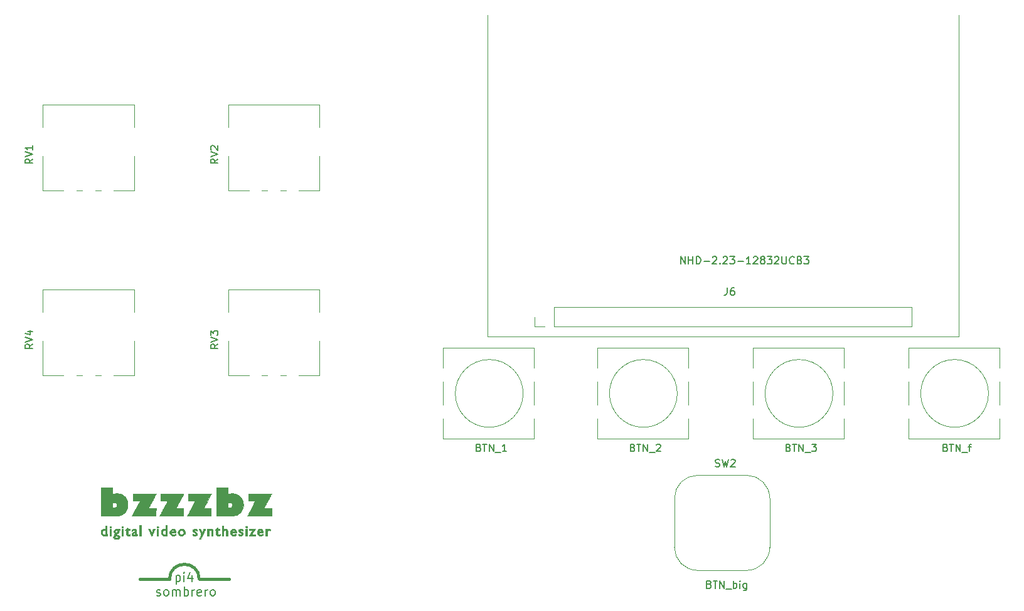
<source format=gbr>
%TF.GenerationSoftware,KiCad,Pcbnew,5.1.6-c6e7f7d~87~ubuntu18.04.1*%
%TF.CreationDate,2021-03-25T20:54:19+01:00*%
%TF.ProjectId,bz-hat,627a2d68-6174-42e6-9b69-6361645f7063,rev?*%
%TF.SameCoordinates,Original*%
%TF.FileFunction,Legend,Top*%
%TF.FilePolarity,Positive*%
%FSLAX46Y46*%
G04 Gerber Fmt 4.6, Leading zero omitted, Abs format (unit mm)*
G04 Created by KiCad (PCBNEW 5.1.6-c6e7f7d~87~ubuntu18.04.1) date 2021-03-25 20:54:19*
%MOMM*%
%LPD*%
G01*
G04 APERTURE LIST*
%ADD10C,0.200000*%
%ADD11C,0.400000*%
%ADD12C,0.010000*%
%ADD13C,0.120000*%
%ADD14C,0.150000*%
G04 APERTURE END LIST*
D10*
X103677142Y-123815714D02*
X103791428Y-123872857D01*
X104020000Y-123872857D01*
X104134285Y-123815714D01*
X104191428Y-123701428D01*
X104191428Y-123644285D01*
X104134285Y-123530000D01*
X104020000Y-123472857D01*
X103848571Y-123472857D01*
X103734285Y-123415714D01*
X103677142Y-123301428D01*
X103677142Y-123244285D01*
X103734285Y-123130000D01*
X103848571Y-123072857D01*
X104020000Y-123072857D01*
X104134285Y-123130000D01*
X104877142Y-123872857D02*
X104762857Y-123815714D01*
X104705714Y-123758571D01*
X104648571Y-123644285D01*
X104648571Y-123301428D01*
X104705714Y-123187142D01*
X104762857Y-123130000D01*
X104877142Y-123072857D01*
X105048571Y-123072857D01*
X105162857Y-123130000D01*
X105220000Y-123187142D01*
X105277142Y-123301428D01*
X105277142Y-123644285D01*
X105220000Y-123758571D01*
X105162857Y-123815714D01*
X105048571Y-123872857D01*
X104877142Y-123872857D01*
X105791428Y-123872857D02*
X105791428Y-123072857D01*
X105791428Y-123187142D02*
X105848571Y-123130000D01*
X105962857Y-123072857D01*
X106134285Y-123072857D01*
X106248571Y-123130000D01*
X106305714Y-123244285D01*
X106305714Y-123872857D01*
X106305714Y-123244285D02*
X106362857Y-123130000D01*
X106477142Y-123072857D01*
X106648571Y-123072857D01*
X106762857Y-123130000D01*
X106820000Y-123244285D01*
X106820000Y-123872857D01*
X107391428Y-123872857D02*
X107391428Y-122672857D01*
X107391428Y-123130000D02*
X107505714Y-123072857D01*
X107734285Y-123072857D01*
X107848571Y-123130000D01*
X107905714Y-123187142D01*
X107962857Y-123301428D01*
X107962857Y-123644285D01*
X107905714Y-123758571D01*
X107848571Y-123815714D01*
X107734285Y-123872857D01*
X107505714Y-123872857D01*
X107391428Y-123815714D01*
X108477142Y-123872857D02*
X108477142Y-123072857D01*
X108477142Y-123301428D02*
X108534285Y-123187142D01*
X108591428Y-123130000D01*
X108705714Y-123072857D01*
X108820000Y-123072857D01*
X109677142Y-123815714D02*
X109562857Y-123872857D01*
X109334285Y-123872857D01*
X109220000Y-123815714D01*
X109162857Y-123701428D01*
X109162857Y-123244285D01*
X109220000Y-123130000D01*
X109334285Y-123072857D01*
X109562857Y-123072857D01*
X109677142Y-123130000D01*
X109734285Y-123244285D01*
X109734285Y-123358571D01*
X109162857Y-123472857D01*
X110248571Y-123872857D02*
X110248571Y-123072857D01*
X110248571Y-123301428D02*
X110305714Y-123187142D01*
X110362857Y-123130000D01*
X110477142Y-123072857D01*
X110591428Y-123072857D01*
X111162857Y-123872857D02*
X111048571Y-123815714D01*
X110991428Y-123758571D01*
X110934285Y-123644285D01*
X110934285Y-123301428D01*
X110991428Y-123187142D01*
X111048571Y-123130000D01*
X111162857Y-123072857D01*
X111334285Y-123072857D01*
X111448571Y-123130000D01*
X111505714Y-123187142D01*
X111562857Y-123301428D01*
X111562857Y-123644285D01*
X111505714Y-123758571D01*
X111448571Y-123815714D01*
X111334285Y-123872857D01*
X111162857Y-123872857D01*
X106295714Y-121122857D02*
X106295714Y-122322857D01*
X106295714Y-121180000D02*
X106410000Y-121122857D01*
X106638571Y-121122857D01*
X106752857Y-121180000D01*
X106810000Y-121237142D01*
X106867142Y-121351428D01*
X106867142Y-121694285D01*
X106810000Y-121808571D01*
X106752857Y-121865714D01*
X106638571Y-121922857D01*
X106410000Y-121922857D01*
X106295714Y-121865714D01*
X107381428Y-121922857D02*
X107381428Y-121122857D01*
X107381428Y-120722857D02*
X107324285Y-120780000D01*
X107381428Y-120837142D01*
X107438571Y-120780000D01*
X107381428Y-120722857D01*
X107381428Y-120837142D01*
X108467142Y-121122857D02*
X108467142Y-121922857D01*
X108181428Y-120665714D02*
X107895714Y-121522857D01*
X108638571Y-121522857D01*
D11*
X101420000Y-121630000D02*
X105420000Y-121630000D01*
X109430000Y-121650000D02*
X113430000Y-121650000D01*
X105420000Y-121630000D02*
G75*
G02*
X109420000Y-121630000I2000000J0D01*
G01*
D12*
%TO.C,G\u002A\u002A\u002A*%
G36*
X98680824Y-115003176D02*
G01*
X98598647Y-115003176D01*
X98553633Y-115004505D01*
X98523785Y-115007931D01*
X98516471Y-115011252D01*
X98524504Y-115027487D01*
X98544220Y-115056801D01*
X98548013Y-115061991D01*
X98580096Y-115129429D01*
X98587277Y-115206961D01*
X98569186Y-115287620D01*
X98561025Y-115306706D01*
X98517489Y-115378222D01*
X98460567Y-115430900D01*
X98384828Y-115468615D01*
X98301862Y-115491747D01*
X98242074Y-115506733D01*
X98190858Y-115523399D01*
X98157685Y-115538579D01*
X98154047Y-115541160D01*
X98133997Y-115560817D01*
X98137110Y-115576852D01*
X98149268Y-115590075D01*
X98161092Y-115600627D01*
X98176242Y-115609895D01*
X98199382Y-115619441D01*
X98235176Y-115630825D01*
X98288285Y-115645609D01*
X98363374Y-115665354D01*
X98410669Y-115677587D01*
X98486186Y-115699934D01*
X98541062Y-115723899D01*
X98584426Y-115753679D01*
X98593556Y-115761633D01*
X98646918Y-115826936D01*
X98673238Y-115898665D01*
X98673406Y-115972633D01*
X98648313Y-116044651D01*
X98598850Y-116110531D01*
X98525908Y-116166086D01*
X98505117Y-116177362D01*
X98461023Y-116197918D01*
X98420844Y-116211029D01*
X98375080Y-116218567D01*
X98314233Y-116222404D01*
X98270315Y-116223628D01*
X98201096Y-116223875D01*
X98138502Y-116221864D01*
X98091623Y-116217989D01*
X98075706Y-116215174D01*
X97987810Y-116181971D01*
X97911193Y-116133430D01*
X97853386Y-116074846D01*
X97835228Y-116046065D01*
X97818976Y-115991572D01*
X97816833Y-115952491D01*
X97999801Y-115952491D01*
X98018405Y-115997217D01*
X98057694Y-116032721D01*
X98083352Y-116044480D01*
X98138230Y-116055874D01*
X98209898Y-116061050D01*
X98286244Y-116060067D01*
X98355157Y-116052986D01*
X98396941Y-116042919D01*
X98438345Y-116019854D01*
X98468999Y-115988921D01*
X98470758Y-115986013D01*
X98483818Y-115955863D01*
X98479363Y-115930464D01*
X98465861Y-115907591D01*
X98420570Y-115863133D01*
X98352374Y-115834138D01*
X98259869Y-115820104D01*
X98217016Y-115818579D01*
X98131550Y-115823317D01*
X98069765Y-115840626D01*
X98027494Y-115872238D01*
X98006164Y-115906215D01*
X97999801Y-115952491D01*
X97816833Y-115952491D01*
X97815300Y-115924564D01*
X97824097Y-115859583D01*
X97836809Y-115824628D01*
X97865802Y-115786247D01*
X97908482Y-115748750D01*
X97954841Y-115719457D01*
X97994874Y-115705686D01*
X97999793Y-115705412D01*
X98016424Y-115703201D01*
X98014735Y-115692692D01*
X97993206Y-115668065D01*
X97988854Y-115663506D01*
X97955776Y-115612645D01*
X97951818Y-115561816D01*
X97976349Y-115513813D01*
X98028734Y-115471429D01*
X98032932Y-115469023D01*
X98046795Y-115458316D01*
X98045380Y-115445271D01*
X98025706Y-115423918D01*
X97998440Y-115399943D01*
X97936940Y-115329709D01*
X97900955Y-115250091D01*
X97892860Y-115188887D01*
X98070485Y-115188887D01*
X98087904Y-115245673D01*
X98100181Y-115263877D01*
X98152903Y-115310972D01*
X98214982Y-115329818D01*
X98286825Y-115320501D01*
X98315783Y-115310008D01*
X98366675Y-115273971D01*
X98397101Y-115221290D01*
X98403434Y-115160009D01*
X98396922Y-115130119D01*
X98364520Y-115075090D01*
X98313908Y-115038735D01*
X98252148Y-115023786D01*
X98186301Y-115032972D01*
X98166425Y-115041022D01*
X98111633Y-115080212D01*
X98079024Y-115131617D01*
X98070485Y-115188887D01*
X97892860Y-115188887D01*
X97889856Y-115166176D01*
X97903011Y-115083054D01*
X97939791Y-115005809D01*
X97999567Y-114939531D01*
X98060414Y-114899405D01*
X98088344Y-114885795D01*
X98115032Y-114875753D01*
X98145706Y-114868633D01*
X98185591Y-114863792D01*
X98239916Y-114860584D01*
X98313907Y-114858364D01*
X98407659Y-114856576D01*
X98680824Y-114851917D01*
X98680824Y-115003176D01*
G37*
X98680824Y-115003176D02*
X98598647Y-115003176D01*
X98553633Y-115004505D01*
X98523785Y-115007931D01*
X98516471Y-115011252D01*
X98524504Y-115027487D01*
X98544220Y-115056801D01*
X98548013Y-115061991D01*
X98580096Y-115129429D01*
X98587277Y-115206961D01*
X98569186Y-115287620D01*
X98561025Y-115306706D01*
X98517489Y-115378222D01*
X98460567Y-115430900D01*
X98384828Y-115468615D01*
X98301862Y-115491747D01*
X98242074Y-115506733D01*
X98190858Y-115523399D01*
X98157685Y-115538579D01*
X98154047Y-115541160D01*
X98133997Y-115560817D01*
X98137110Y-115576852D01*
X98149268Y-115590075D01*
X98161092Y-115600627D01*
X98176242Y-115609895D01*
X98199382Y-115619441D01*
X98235176Y-115630825D01*
X98288285Y-115645609D01*
X98363374Y-115665354D01*
X98410669Y-115677587D01*
X98486186Y-115699934D01*
X98541062Y-115723899D01*
X98584426Y-115753679D01*
X98593556Y-115761633D01*
X98646918Y-115826936D01*
X98673238Y-115898665D01*
X98673406Y-115972633D01*
X98648313Y-116044651D01*
X98598850Y-116110531D01*
X98525908Y-116166086D01*
X98505117Y-116177362D01*
X98461023Y-116197918D01*
X98420844Y-116211029D01*
X98375080Y-116218567D01*
X98314233Y-116222404D01*
X98270315Y-116223628D01*
X98201096Y-116223875D01*
X98138502Y-116221864D01*
X98091623Y-116217989D01*
X98075706Y-116215174D01*
X97987810Y-116181971D01*
X97911193Y-116133430D01*
X97853386Y-116074846D01*
X97835228Y-116046065D01*
X97818976Y-115991572D01*
X97816833Y-115952491D01*
X97999801Y-115952491D01*
X98018405Y-115997217D01*
X98057694Y-116032721D01*
X98083352Y-116044480D01*
X98138230Y-116055874D01*
X98209898Y-116061050D01*
X98286244Y-116060067D01*
X98355157Y-116052986D01*
X98396941Y-116042919D01*
X98438345Y-116019854D01*
X98468999Y-115988921D01*
X98470758Y-115986013D01*
X98483818Y-115955863D01*
X98479363Y-115930464D01*
X98465861Y-115907591D01*
X98420570Y-115863133D01*
X98352374Y-115834138D01*
X98259869Y-115820104D01*
X98217016Y-115818579D01*
X98131550Y-115823317D01*
X98069765Y-115840626D01*
X98027494Y-115872238D01*
X98006164Y-115906215D01*
X97999801Y-115952491D01*
X97816833Y-115952491D01*
X97815300Y-115924564D01*
X97824097Y-115859583D01*
X97836809Y-115824628D01*
X97865802Y-115786247D01*
X97908482Y-115748750D01*
X97954841Y-115719457D01*
X97994874Y-115705686D01*
X97999793Y-115705412D01*
X98016424Y-115703201D01*
X98014735Y-115692692D01*
X97993206Y-115668065D01*
X97988854Y-115663506D01*
X97955776Y-115612645D01*
X97951818Y-115561816D01*
X97976349Y-115513813D01*
X98028734Y-115471429D01*
X98032932Y-115469023D01*
X98046795Y-115458316D01*
X98045380Y-115445271D01*
X98025706Y-115423918D01*
X97998440Y-115399943D01*
X97936940Y-115329709D01*
X97900955Y-115250091D01*
X97892860Y-115188887D01*
X98070485Y-115188887D01*
X98087904Y-115245673D01*
X98100181Y-115263877D01*
X98152903Y-115310972D01*
X98214982Y-115329818D01*
X98286825Y-115320501D01*
X98315783Y-115310008D01*
X98366675Y-115273971D01*
X98397101Y-115221290D01*
X98403434Y-115160009D01*
X98396922Y-115130119D01*
X98364520Y-115075090D01*
X98313908Y-115038735D01*
X98252148Y-115023786D01*
X98186301Y-115032972D01*
X98166425Y-115041022D01*
X98111633Y-115080212D01*
X98079024Y-115131617D01*
X98070485Y-115188887D01*
X97892860Y-115188887D01*
X97889856Y-115166176D01*
X97903011Y-115083054D01*
X97939791Y-115005809D01*
X97999567Y-114939531D01*
X98060414Y-114899405D01*
X98088344Y-114885795D01*
X98115032Y-114875753D01*
X98145706Y-114868633D01*
X98185591Y-114863792D01*
X98239916Y-114860584D01*
X98313907Y-114858364D01*
X98407659Y-114856576D01*
X98680824Y-114851917D01*
X98680824Y-115003176D01*
G36*
X109462558Y-114851058D02*
G01*
X109467958Y-114851298D01*
X109575091Y-114856301D01*
X109602393Y-114918533D01*
X109619166Y-114955484D01*
X109645529Y-115012080D01*
X109678074Y-115081060D01*
X109713392Y-115155163D01*
X109718921Y-115166694D01*
X109754782Y-115240378D01*
X109780430Y-115289889D01*
X109797915Y-115318306D01*
X109809288Y-115328705D01*
X109816599Y-115324163D01*
X109819333Y-115317376D01*
X109829755Y-115291026D01*
X109850312Y-115243997D01*
X109878200Y-115182550D01*
X109910615Y-115112942D01*
X109916588Y-115100294D01*
X109949390Y-115030224D01*
X109978062Y-114967539D01*
X109999842Y-114918384D01*
X110011966Y-114888901D01*
X110012924Y-114886112D01*
X110020986Y-114869439D01*
X110036585Y-114859720D01*
X110066614Y-114855119D01*
X110117961Y-114853798D01*
X110134242Y-114853765D01*
X110187542Y-114854789D01*
X110226866Y-114857497D01*
X110244879Y-114861340D01*
X110245294Y-114862058D01*
X110243628Y-114867303D01*
X110238111Y-114880494D01*
X110227969Y-114903291D01*
X110212425Y-114937353D01*
X110190704Y-114984341D01*
X110162031Y-115045912D01*
X110125629Y-115123729D01*
X110080723Y-115219449D01*
X110026538Y-115334733D01*
X109962297Y-115471241D01*
X109887226Y-115630632D01*
X109800548Y-115814566D01*
X109753399Y-115914588D01*
X109609009Y-116220882D01*
X109500106Y-116225297D01*
X109444327Y-116227048D01*
X109412640Y-116225646D01*
X109399298Y-116219589D01*
X109398555Y-116207375D01*
X109400839Y-116199349D01*
X109410243Y-116176268D01*
X109430263Y-116131337D01*
X109458571Y-116069640D01*
X109492840Y-115996262D01*
X109522555Y-115933464D01*
X109561563Y-115851495D01*
X109598230Y-115774446D01*
X109629730Y-115708258D01*
X109653234Y-115658873D01*
X109663553Y-115637194D01*
X109681022Y-115598453D01*
X109691310Y-115571685D01*
X109692471Y-115566448D01*
X109686066Y-115550899D01*
X109668033Y-115512295D01*
X109640141Y-115454291D01*
X109604162Y-115380541D01*
X109561864Y-115294701D01*
X109520492Y-115211401D01*
X109474337Y-115117965D01*
X109433336Y-115033360D01*
X109399193Y-114961233D01*
X109373610Y-114905229D01*
X109358290Y-114868995D01*
X109354669Y-114856324D01*
X109371520Y-114852055D01*
X109410158Y-114850181D01*
X109462558Y-114851058D01*
G37*
X109462558Y-114851058D02*
X109467958Y-114851298D01*
X109575091Y-114856301D01*
X109602393Y-114918533D01*
X109619166Y-114955484D01*
X109645529Y-115012080D01*
X109678074Y-115081060D01*
X109713392Y-115155163D01*
X109718921Y-115166694D01*
X109754782Y-115240378D01*
X109780430Y-115289889D01*
X109797915Y-115318306D01*
X109809288Y-115328705D01*
X109816599Y-115324163D01*
X109819333Y-115317376D01*
X109829755Y-115291026D01*
X109850312Y-115243997D01*
X109878200Y-115182550D01*
X109910615Y-115112942D01*
X109916588Y-115100294D01*
X109949390Y-115030224D01*
X109978062Y-114967539D01*
X109999842Y-114918384D01*
X110011966Y-114888901D01*
X110012924Y-114886112D01*
X110020986Y-114869439D01*
X110036585Y-114859720D01*
X110066614Y-114855119D01*
X110117961Y-114853798D01*
X110134242Y-114853765D01*
X110187542Y-114854789D01*
X110226866Y-114857497D01*
X110244879Y-114861340D01*
X110245294Y-114862058D01*
X110243628Y-114867303D01*
X110238111Y-114880494D01*
X110227969Y-114903291D01*
X110212425Y-114937353D01*
X110190704Y-114984341D01*
X110162031Y-115045912D01*
X110125629Y-115123729D01*
X110080723Y-115219449D01*
X110026538Y-115334733D01*
X109962297Y-115471241D01*
X109887226Y-115630632D01*
X109800548Y-115814566D01*
X109753399Y-115914588D01*
X109609009Y-116220882D01*
X109500106Y-116225297D01*
X109444327Y-116227048D01*
X109412640Y-116225646D01*
X109399298Y-116219589D01*
X109398555Y-116207375D01*
X109400839Y-116199349D01*
X109410243Y-116176268D01*
X109430263Y-116131337D01*
X109458571Y-116069640D01*
X109492840Y-115996262D01*
X109522555Y-115933464D01*
X109561563Y-115851495D01*
X109598230Y-115774446D01*
X109629730Y-115708258D01*
X109653234Y-115658873D01*
X109663553Y-115637194D01*
X109681022Y-115598453D01*
X109691310Y-115571685D01*
X109692471Y-115566448D01*
X109686066Y-115550899D01*
X109668033Y-115512295D01*
X109640141Y-115454291D01*
X109604162Y-115380541D01*
X109561864Y-115294701D01*
X109520492Y-115211401D01*
X109474337Y-115117965D01*
X109433336Y-115033360D01*
X109399193Y-114961233D01*
X109373610Y-114905229D01*
X109358290Y-114868995D01*
X109354669Y-114856324D01*
X109371520Y-114852055D01*
X109410158Y-114850181D01*
X109462558Y-114851058D01*
G36*
X99766896Y-114687543D02*
G01*
X99770048Y-114726078D01*
X99769616Y-114761890D01*
X99765676Y-114846294D01*
X100056870Y-114854864D01*
X100052406Y-114940226D01*
X100047941Y-115025588D01*
X99913471Y-115027774D01*
X99853696Y-115029672D01*
X99806685Y-115032918D01*
X99779354Y-115036951D01*
X99775265Y-115038979D01*
X99774017Y-115056226D01*
X99772946Y-115098187D01*
X99772128Y-115159695D01*
X99771637Y-115235582D01*
X99771530Y-115294529D01*
X99771792Y-115386534D01*
X99772925Y-115453440D01*
X99775446Y-115500032D01*
X99779871Y-115531092D01*
X99786717Y-115551402D01*
X99796501Y-115565745D01*
X99801412Y-115570941D01*
X99843878Y-115593923D01*
X99903260Y-115600012D01*
X99971836Y-115589220D01*
X100023426Y-115570613D01*
X100062840Y-115553296D01*
X100089459Y-115542660D01*
X100095109Y-115541059D01*
X100097856Y-115554640D01*
X100098534Y-115590060D01*
X100097213Y-115634304D01*
X100093618Y-115686254D01*
X100086596Y-115717031D01*
X100072427Y-115735342D01*
X100047941Y-115749624D01*
X100010610Y-115761307D01*
X99955154Y-115771014D01*
X99893332Y-115776707D01*
X99891059Y-115776815D01*
X99826601Y-115778020D01*
X99780276Y-115773309D01*
X99740609Y-115760792D01*
X99712640Y-115747407D01*
X99667461Y-115720843D01*
X99632305Y-115691154D01*
X99605942Y-115654368D01*
X99587141Y-115606514D01*
X99574673Y-115543620D01*
X99567307Y-115461714D01*
X99563813Y-115356826D01*
X99563004Y-115264252D01*
X99562353Y-115024798D01*
X99501293Y-115030621D01*
X99458114Y-115032741D01*
X99432120Y-115027795D01*
X99424156Y-115013556D01*
X99435068Y-114987796D01*
X99465702Y-114948287D01*
X99516904Y-114892804D01*
X99576758Y-114831890D01*
X99634884Y-114774859D01*
X99686146Y-114726936D01*
X99726737Y-114691493D01*
X99752849Y-114671903D01*
X99760306Y-114669298D01*
X99766896Y-114687543D01*
G37*
X99766896Y-114687543D02*
X99770048Y-114726078D01*
X99769616Y-114761890D01*
X99765676Y-114846294D01*
X100056870Y-114854864D01*
X100052406Y-114940226D01*
X100047941Y-115025588D01*
X99913471Y-115027774D01*
X99853696Y-115029672D01*
X99806685Y-115032918D01*
X99779354Y-115036951D01*
X99775265Y-115038979D01*
X99774017Y-115056226D01*
X99772946Y-115098187D01*
X99772128Y-115159695D01*
X99771637Y-115235582D01*
X99771530Y-115294529D01*
X99771792Y-115386534D01*
X99772925Y-115453440D01*
X99775446Y-115500032D01*
X99779871Y-115531092D01*
X99786717Y-115551402D01*
X99796501Y-115565745D01*
X99801412Y-115570941D01*
X99843878Y-115593923D01*
X99903260Y-115600012D01*
X99971836Y-115589220D01*
X100023426Y-115570613D01*
X100062840Y-115553296D01*
X100089459Y-115542660D01*
X100095109Y-115541059D01*
X100097856Y-115554640D01*
X100098534Y-115590060D01*
X100097213Y-115634304D01*
X100093618Y-115686254D01*
X100086596Y-115717031D01*
X100072427Y-115735342D01*
X100047941Y-115749624D01*
X100010610Y-115761307D01*
X99955154Y-115771014D01*
X99893332Y-115776707D01*
X99891059Y-115776815D01*
X99826601Y-115778020D01*
X99780276Y-115773309D01*
X99740609Y-115760792D01*
X99712640Y-115747407D01*
X99667461Y-115720843D01*
X99632305Y-115691154D01*
X99605942Y-115654368D01*
X99587141Y-115606514D01*
X99574673Y-115543620D01*
X99567307Y-115461714D01*
X99563813Y-115356826D01*
X99563004Y-115264252D01*
X99562353Y-115024798D01*
X99501293Y-115030621D01*
X99458114Y-115032741D01*
X99432120Y-115027795D01*
X99424156Y-115013556D01*
X99435068Y-114987796D01*
X99465702Y-114948287D01*
X99516904Y-114892804D01*
X99576758Y-114831890D01*
X99634884Y-114774859D01*
X99686146Y-114726936D01*
X99726737Y-114691493D01*
X99752849Y-114671903D01*
X99760306Y-114669298D01*
X99766896Y-114687543D01*
G36*
X100747056Y-114852333D02*
G01*
X100796388Y-114874264D01*
X100840024Y-114906652D01*
X100883523Y-114951010D01*
X100898580Y-114970422D01*
X100943638Y-115034532D01*
X100949505Y-115332619D01*
X100951742Y-115434776D01*
X100954126Y-115510810D01*
X100957044Y-115564478D01*
X100960882Y-115599538D01*
X100966028Y-115619749D01*
X100972868Y-115628868D01*
X100980185Y-115630706D01*
X101011322Y-115622462D01*
X101036242Y-115608822D01*
X101061510Y-115594104D01*
X101074008Y-115598238D01*
X101076605Y-115625135D01*
X101073997Y-115660334D01*
X101066494Y-115701817D01*
X101048305Y-115727770D01*
X101010625Y-115750757D01*
X101010623Y-115750758D01*
X100943872Y-115774300D01*
X100876674Y-115780171D01*
X100817850Y-115768556D01*
X100781876Y-115745940D01*
X100747698Y-115711762D01*
X100674231Y-115745747D01*
X100592743Y-115771755D01*
X100508094Y-115778838D01*
X100430808Y-115766618D01*
X100402887Y-115755544D01*
X100345959Y-115711588D01*
X100307678Y-115647888D01*
X100291371Y-115570358D01*
X100291023Y-115556671D01*
X100294613Y-115526406D01*
X100488706Y-115526406D01*
X100500867Y-115580886D01*
X100533609Y-115618903D01*
X100581320Y-115638380D01*
X100638388Y-115637238D01*
X100699202Y-115613399D01*
X100708307Y-115607732D01*
X100725229Y-115594037D01*
X100735481Y-115575487D01*
X100740705Y-115544993D01*
X100742543Y-115495465D01*
X100742706Y-115459201D01*
X100742706Y-115333208D01*
X100683693Y-115354029D01*
X100597615Y-115389285D01*
X100538468Y-115425847D01*
X100503327Y-115466299D01*
X100489269Y-115513228D01*
X100488706Y-115526406D01*
X100294613Y-115526406D01*
X100299314Y-115486781D01*
X100325909Y-115427098D01*
X100373389Y-115375159D01*
X100444335Y-115328504D01*
X100541329Y-115284669D01*
X100598063Y-115263850D01*
X100735236Y-115216255D01*
X100739821Y-115154711D01*
X100732873Y-115095729D01*
X100704855Y-115052989D01*
X100659990Y-115026814D01*
X100602498Y-115017528D01*
X100536599Y-115025452D01*
X100466515Y-115050910D01*
X100396467Y-115094225D01*
X100359655Y-115125615D01*
X100330092Y-115149906D01*
X100310113Y-115159334D01*
X100306380Y-115157622D01*
X100304321Y-115137408D01*
X100305009Y-115096238D01*
X100308290Y-115042896D01*
X100308431Y-115041146D01*
X100313787Y-114985839D01*
X100321595Y-114951062D01*
X100336209Y-114927522D01*
X100361984Y-114905926D01*
X100376647Y-114895575D01*
X100458998Y-114854709D01*
X100554468Y-114833560D01*
X100653630Y-114832609D01*
X100747056Y-114852333D01*
G37*
X100747056Y-114852333D02*
X100796388Y-114874264D01*
X100840024Y-114906652D01*
X100883523Y-114951010D01*
X100898580Y-114970422D01*
X100943638Y-115034532D01*
X100949505Y-115332619D01*
X100951742Y-115434776D01*
X100954126Y-115510810D01*
X100957044Y-115564478D01*
X100960882Y-115599538D01*
X100966028Y-115619749D01*
X100972868Y-115628868D01*
X100980185Y-115630706D01*
X101011322Y-115622462D01*
X101036242Y-115608822D01*
X101061510Y-115594104D01*
X101074008Y-115598238D01*
X101076605Y-115625135D01*
X101073997Y-115660334D01*
X101066494Y-115701817D01*
X101048305Y-115727770D01*
X101010625Y-115750757D01*
X101010623Y-115750758D01*
X100943872Y-115774300D01*
X100876674Y-115780171D01*
X100817850Y-115768556D01*
X100781876Y-115745940D01*
X100747698Y-115711762D01*
X100674231Y-115745747D01*
X100592743Y-115771755D01*
X100508094Y-115778838D01*
X100430808Y-115766618D01*
X100402887Y-115755544D01*
X100345959Y-115711588D01*
X100307678Y-115647888D01*
X100291371Y-115570358D01*
X100291023Y-115556671D01*
X100294613Y-115526406D01*
X100488706Y-115526406D01*
X100500867Y-115580886D01*
X100533609Y-115618903D01*
X100581320Y-115638380D01*
X100638388Y-115637238D01*
X100699202Y-115613399D01*
X100708307Y-115607732D01*
X100725229Y-115594037D01*
X100735481Y-115575487D01*
X100740705Y-115544993D01*
X100742543Y-115495465D01*
X100742706Y-115459201D01*
X100742706Y-115333208D01*
X100683693Y-115354029D01*
X100597615Y-115389285D01*
X100538468Y-115425847D01*
X100503327Y-115466299D01*
X100489269Y-115513228D01*
X100488706Y-115526406D01*
X100294613Y-115526406D01*
X100299314Y-115486781D01*
X100325909Y-115427098D01*
X100373389Y-115375159D01*
X100444335Y-115328504D01*
X100541329Y-115284669D01*
X100598063Y-115263850D01*
X100735236Y-115216255D01*
X100739821Y-115154711D01*
X100732873Y-115095729D01*
X100704855Y-115052989D01*
X100659990Y-115026814D01*
X100602498Y-115017528D01*
X100536599Y-115025452D01*
X100466515Y-115050910D01*
X100396467Y-115094225D01*
X100359655Y-115125615D01*
X100330092Y-115149906D01*
X100310113Y-115159334D01*
X100306380Y-115157622D01*
X100304321Y-115137408D01*
X100305009Y-115096238D01*
X100308290Y-115042896D01*
X100308431Y-115041146D01*
X100313787Y-114985839D01*
X100321595Y-114951062D01*
X100336209Y-114927522D01*
X100361984Y-114905926D01*
X100376647Y-114895575D01*
X100458998Y-114854709D01*
X100554468Y-114833560D01*
X100653630Y-114832609D01*
X100747056Y-114852333D01*
G36*
X103417081Y-114858397D02*
G01*
X103428869Y-114865757D01*
X103428272Y-114871749D01*
X103418892Y-114894196D01*
X103401096Y-114935642D01*
X103378477Y-114987726D01*
X103374992Y-114995706D01*
X103351466Y-115049772D01*
X103318810Y-115125140D01*
X103279680Y-115215651D01*
X103236733Y-115315148D01*
X103192624Y-115417472D01*
X103150011Y-115516464D01*
X103111549Y-115605968D01*
X103080135Y-115679265D01*
X103056438Y-115731843D01*
X103038203Y-115762263D01*
X103020517Y-115776391D01*
X102998469Y-115780095D01*
X102995699Y-115780118D01*
X102963117Y-115773178D01*
X102941041Y-115747150D01*
X102933727Y-115731559D01*
X102922434Y-115705576D01*
X102900783Y-115656250D01*
X102870526Y-115587554D01*
X102833415Y-115503464D01*
X102791204Y-115407954D01*
X102745646Y-115304998D01*
X102737702Y-115287059D01*
X102692553Y-115185049D01*
X102651178Y-115091448D01*
X102615175Y-115009875D01*
X102586138Y-114943954D01*
X102565667Y-114897305D01*
X102555356Y-114873551D01*
X102554606Y-114871749D01*
X102557141Y-114861672D01*
X102577977Y-114856558D01*
X102621625Y-114855739D01*
X102655336Y-114856808D01*
X102763813Y-114861235D01*
X102877332Y-115118474D01*
X102913275Y-115198232D01*
X102945607Y-115266794D01*
X102972313Y-115320144D01*
X102991381Y-115354267D01*
X103000796Y-115365148D01*
X103000983Y-115365004D01*
X103009785Y-115348357D01*
X103027985Y-115308735D01*
X103053541Y-115250766D01*
X103084407Y-115179080D01*
X103114574Y-115107765D01*
X103218035Y-114861235D01*
X103326940Y-114856808D01*
X103384608Y-114855635D01*
X103417081Y-114858397D01*
G37*
X103417081Y-114858397D02*
X103428869Y-114865757D01*
X103428272Y-114871749D01*
X103418892Y-114894196D01*
X103401096Y-114935642D01*
X103378477Y-114987726D01*
X103374992Y-114995706D01*
X103351466Y-115049772D01*
X103318810Y-115125140D01*
X103279680Y-115215651D01*
X103236733Y-115315148D01*
X103192624Y-115417472D01*
X103150011Y-115516464D01*
X103111549Y-115605968D01*
X103080135Y-115679265D01*
X103056438Y-115731843D01*
X103038203Y-115762263D01*
X103020517Y-115776391D01*
X102998469Y-115780095D01*
X102995699Y-115780118D01*
X102963117Y-115773178D01*
X102941041Y-115747150D01*
X102933727Y-115731559D01*
X102922434Y-115705576D01*
X102900783Y-115656250D01*
X102870526Y-115587554D01*
X102833415Y-115503464D01*
X102791204Y-115407954D01*
X102745646Y-115304998D01*
X102737702Y-115287059D01*
X102692553Y-115185049D01*
X102651178Y-115091448D01*
X102615175Y-115009875D01*
X102586138Y-114943954D01*
X102565667Y-114897305D01*
X102555356Y-114873551D01*
X102554606Y-114871749D01*
X102557141Y-114861672D01*
X102577977Y-114856558D01*
X102621625Y-114855739D01*
X102655336Y-114856808D01*
X102763813Y-114861235D01*
X102877332Y-115118474D01*
X102913275Y-115198232D01*
X102945607Y-115266794D01*
X102972313Y-115320144D01*
X102991381Y-115354267D01*
X103000796Y-115365148D01*
X103000983Y-115365004D01*
X103009785Y-115348357D01*
X103027985Y-115308735D01*
X103053541Y-115250766D01*
X103084407Y-115179080D01*
X103114574Y-115107765D01*
X103218035Y-114861235D01*
X103326940Y-114856808D01*
X103384608Y-114855635D01*
X103417081Y-114858397D01*
G36*
X105948956Y-114844157D02*
G01*
X106045748Y-114880524D01*
X106126142Y-114940528D01*
X106188465Y-115022546D01*
X106231047Y-115124956D01*
X106251216Y-115234372D01*
X106260321Y-115331882D01*
X105624561Y-115331882D01*
X105633596Y-115387561D01*
X105659331Y-115462539D01*
X105707039Y-115521759D01*
X105772627Y-115564074D01*
X105852001Y-115588338D01*
X105941069Y-115593403D01*
X106035736Y-115578124D01*
X106131910Y-115541354D01*
X106149559Y-115532094D01*
X106190053Y-115511295D01*
X106220195Y-115498355D01*
X106228713Y-115496235D01*
X106235193Y-115509801D01*
X106238484Y-115545191D01*
X106238037Y-115589618D01*
X106233588Y-115683000D01*
X106144662Y-115727416D01*
X106097024Y-115749309D01*
X106054060Y-115763053D01*
X106005439Y-115770795D01*
X105940833Y-115774679D01*
X105913074Y-115775511D01*
X105846398Y-115775874D01*
X105787373Y-115773767D01*
X105744930Y-115769610D01*
X105732962Y-115766977D01*
X105632930Y-115718980D01*
X105547920Y-115645445D01*
X105478742Y-115547122D01*
X105463647Y-115517997D01*
X105445688Y-115476008D01*
X105434730Y-115434129D01*
X105429160Y-115382773D01*
X105427366Y-115312355D01*
X105427328Y-115302000D01*
X105428148Y-115231551D01*
X105430934Y-115196816D01*
X105628471Y-115196816D01*
X105643167Y-115203585D01*
X105686381Y-115208492D01*
X105756801Y-115211444D01*
X105845403Y-115212353D01*
X106062334Y-115212353D01*
X106052512Y-115171265D01*
X106035971Y-115119240D01*
X106010399Y-115079392D01*
X105980022Y-115048249D01*
X105950061Y-115025734D01*
X105915195Y-115014606D01*
X105863824Y-115011437D01*
X105855385Y-115011431D01*
X105776399Y-115020312D01*
X105717083Y-115048441D01*
X105671935Y-115098956D01*
X105657492Y-115124393D01*
X105639437Y-115163181D01*
X105629282Y-115191581D01*
X105628471Y-115196816D01*
X105430934Y-115196816D01*
X105432186Y-115181212D01*
X105441253Y-115141246D01*
X105457164Y-115101914D01*
X105469050Y-115077882D01*
X105533454Y-114977283D01*
X105610382Y-114903610D01*
X105700757Y-114856249D01*
X105805498Y-114834590D01*
X105837440Y-114833049D01*
X105948956Y-114844157D01*
G37*
X105948956Y-114844157D02*
X106045748Y-114880524D01*
X106126142Y-114940528D01*
X106188465Y-115022546D01*
X106231047Y-115124956D01*
X106251216Y-115234372D01*
X106260321Y-115331882D01*
X105624561Y-115331882D01*
X105633596Y-115387561D01*
X105659331Y-115462539D01*
X105707039Y-115521759D01*
X105772627Y-115564074D01*
X105852001Y-115588338D01*
X105941069Y-115593403D01*
X106035736Y-115578124D01*
X106131910Y-115541354D01*
X106149559Y-115532094D01*
X106190053Y-115511295D01*
X106220195Y-115498355D01*
X106228713Y-115496235D01*
X106235193Y-115509801D01*
X106238484Y-115545191D01*
X106238037Y-115589618D01*
X106233588Y-115683000D01*
X106144662Y-115727416D01*
X106097024Y-115749309D01*
X106054060Y-115763053D01*
X106005439Y-115770795D01*
X105940833Y-115774679D01*
X105913074Y-115775511D01*
X105846398Y-115775874D01*
X105787373Y-115773767D01*
X105744930Y-115769610D01*
X105732962Y-115766977D01*
X105632930Y-115718980D01*
X105547920Y-115645445D01*
X105478742Y-115547122D01*
X105463647Y-115517997D01*
X105445688Y-115476008D01*
X105434730Y-115434129D01*
X105429160Y-115382773D01*
X105427366Y-115312355D01*
X105427328Y-115302000D01*
X105428148Y-115231551D01*
X105430934Y-115196816D01*
X105628471Y-115196816D01*
X105643167Y-115203585D01*
X105686381Y-115208492D01*
X105756801Y-115211444D01*
X105845403Y-115212353D01*
X106062334Y-115212353D01*
X106052512Y-115171265D01*
X106035971Y-115119240D01*
X106010399Y-115079392D01*
X105980022Y-115048249D01*
X105950061Y-115025734D01*
X105915195Y-115014606D01*
X105863824Y-115011437D01*
X105855385Y-115011431D01*
X105776399Y-115020312D01*
X105717083Y-115048441D01*
X105671935Y-115098956D01*
X105657492Y-115124393D01*
X105639437Y-115163181D01*
X105629282Y-115191581D01*
X105628471Y-115196816D01*
X105430934Y-115196816D01*
X105432186Y-115181212D01*
X105441253Y-115141246D01*
X105457164Y-115101914D01*
X105469050Y-115077882D01*
X105533454Y-114977283D01*
X105610382Y-114903610D01*
X105700757Y-114856249D01*
X105805498Y-114834590D01*
X105837440Y-114833049D01*
X105948956Y-114844157D01*
G36*
X107099982Y-114852147D02*
G01*
X107205888Y-114880378D01*
X107303455Y-114930773D01*
X107388277Y-115002536D01*
X107455949Y-115094875D01*
X107468494Y-115118673D01*
X107486549Y-115161051D01*
X107497287Y-115204334D01*
X107502399Y-115258469D01*
X107503588Y-115324993D01*
X107502831Y-115391221D01*
X107498996Y-115437557D01*
X107489736Y-115473985D01*
X107472704Y-115510485D01*
X107451294Y-115547472D01*
X107380952Y-115639019D01*
X107293507Y-115710157D01*
X107194339Y-115756542D01*
X107190847Y-115757626D01*
X107112229Y-115772972D01*
X107019082Y-115778243D01*
X106924992Y-115773480D01*
X106843549Y-115758727D01*
X106836013Y-115756517D01*
X106766575Y-115723473D01*
X106695385Y-115669970D01*
X106630714Y-115603699D01*
X106580834Y-115532351D01*
X106568463Y-115507742D01*
X106546713Y-115447811D01*
X106535881Y-115384559D01*
X106533340Y-115316941D01*
X106536055Y-115286872D01*
X106737024Y-115286872D01*
X106739201Y-115380737D01*
X106761703Y-115455663D01*
X106805769Y-115515705D01*
X106807485Y-115517364D01*
X106881377Y-115568245D01*
X106968295Y-115594607D01*
X107062464Y-115595158D01*
X107110919Y-115585225D01*
X107191157Y-115548687D01*
X107252192Y-115490802D01*
X107291516Y-115415006D01*
X107306622Y-115324736D01*
X107306709Y-115316941D01*
X107296648Y-115230641D01*
X107264151Y-115159206D01*
X107217305Y-115104980D01*
X107162424Y-115063858D01*
X107100006Y-115041004D01*
X107020584Y-115033149D01*
X107008962Y-115033059D01*
X106915729Y-115045459D01*
X106840070Y-115081579D01*
X106783723Y-115139795D01*
X106748426Y-115218486D01*
X106737024Y-115286872D01*
X106536055Y-115286872D01*
X106543383Y-115205726D01*
X106575327Y-115111155D01*
X106631895Y-115026954D01*
X106681051Y-114976729D01*
X106776270Y-114908369D01*
X106880768Y-114865348D01*
X106990140Y-114846872D01*
X107099982Y-114852147D01*
G37*
X107099982Y-114852147D02*
X107205888Y-114880378D01*
X107303455Y-114930773D01*
X107388277Y-115002536D01*
X107455949Y-115094875D01*
X107468494Y-115118673D01*
X107486549Y-115161051D01*
X107497287Y-115204334D01*
X107502399Y-115258469D01*
X107503588Y-115324993D01*
X107502831Y-115391221D01*
X107498996Y-115437557D01*
X107489736Y-115473985D01*
X107472704Y-115510485D01*
X107451294Y-115547472D01*
X107380952Y-115639019D01*
X107293507Y-115710157D01*
X107194339Y-115756542D01*
X107190847Y-115757626D01*
X107112229Y-115772972D01*
X107019082Y-115778243D01*
X106924992Y-115773480D01*
X106843549Y-115758727D01*
X106836013Y-115756517D01*
X106766575Y-115723473D01*
X106695385Y-115669970D01*
X106630714Y-115603699D01*
X106580834Y-115532351D01*
X106568463Y-115507742D01*
X106546713Y-115447811D01*
X106535881Y-115384559D01*
X106533340Y-115316941D01*
X106536055Y-115286872D01*
X106737024Y-115286872D01*
X106739201Y-115380737D01*
X106761703Y-115455663D01*
X106805769Y-115515705D01*
X106807485Y-115517364D01*
X106881377Y-115568245D01*
X106968295Y-115594607D01*
X107062464Y-115595158D01*
X107110919Y-115585225D01*
X107191157Y-115548687D01*
X107252192Y-115490802D01*
X107291516Y-115415006D01*
X107306622Y-115324736D01*
X107306709Y-115316941D01*
X107296648Y-115230641D01*
X107264151Y-115159206D01*
X107217305Y-115104980D01*
X107162424Y-115063858D01*
X107100006Y-115041004D01*
X107020584Y-115033149D01*
X107008962Y-115033059D01*
X106915729Y-115045459D01*
X106840070Y-115081579D01*
X106783723Y-115139795D01*
X106748426Y-115218486D01*
X106737024Y-115286872D01*
X106536055Y-115286872D01*
X106543383Y-115205726D01*
X106575327Y-115111155D01*
X106631895Y-115026954D01*
X106681051Y-114976729D01*
X106776270Y-114908369D01*
X106880768Y-114865348D01*
X106990140Y-114846872D01*
X107099982Y-114852147D01*
G36*
X108937238Y-114847717D02*
G01*
X109003094Y-114869106D01*
X109094824Y-114905542D01*
X109094824Y-114999182D01*
X109092543Y-115050493D01*
X109086414Y-115083676D01*
X109079386Y-115092823D01*
X109058275Y-115086490D01*
X109020560Y-115070218D01*
X108990974Y-115055845D01*
X108917548Y-115025493D01*
X108849464Y-115009833D01*
X108791436Y-115008661D01*
X108748177Y-115021775D01*
X108724403Y-115048972D01*
X108721294Y-115067437D01*
X108730288Y-115100941D01*
X108759265Y-115135674D01*
X108811216Y-115174473D01*
X108873095Y-115211332D01*
X108978595Y-115279877D01*
X109057676Y-115352382D01*
X109109714Y-115427477D01*
X109134083Y-115503793D01*
X109130158Y-115579960D01*
X109097313Y-115654608D01*
X109084094Y-115673420D01*
X109044904Y-115712436D01*
X108995786Y-115745906D01*
X108984499Y-115751533D01*
X108917033Y-115771064D01*
X108832768Y-115779306D01*
X108742570Y-115776273D01*
X108657302Y-115761976D01*
X108621313Y-115751116D01*
X108575231Y-115733826D01*
X108540092Y-115719375D01*
X108527930Y-115713421D01*
X108521126Y-115696118D01*
X108515994Y-115659514D01*
X108512821Y-115612571D01*
X108511891Y-115564251D01*
X108513491Y-115523518D01*
X108517904Y-115499335D01*
X108521017Y-115496235D01*
X108537960Y-115504100D01*
X108568027Y-115523423D01*
X108573626Y-115527359D01*
X108626316Y-115557639D01*
X108689771Y-115583767D01*
X108753870Y-115602530D01*
X108808492Y-115610713D01*
X108831786Y-115609354D01*
X108881951Y-115590297D01*
X108917394Y-115559508D01*
X108930471Y-115524384D01*
X108919706Y-115493439D01*
X108886057Y-115458133D01*
X108827495Y-115416684D01*
X108768068Y-115381644D01*
X108661405Y-115313047D01*
X108584018Y-115242591D01*
X108535322Y-115169442D01*
X108514728Y-115092766D01*
X108518318Y-115027104D01*
X108545510Y-114956919D01*
X108595416Y-114901003D01*
X108663789Y-114860741D01*
X108746382Y-114837516D01*
X108838947Y-114832713D01*
X108937238Y-114847717D01*
G37*
X108937238Y-114847717D02*
X109003094Y-114869106D01*
X109094824Y-114905542D01*
X109094824Y-114999182D01*
X109092543Y-115050493D01*
X109086414Y-115083676D01*
X109079386Y-115092823D01*
X109058275Y-115086490D01*
X109020560Y-115070218D01*
X108990974Y-115055845D01*
X108917548Y-115025493D01*
X108849464Y-115009833D01*
X108791436Y-115008661D01*
X108748177Y-115021775D01*
X108724403Y-115048972D01*
X108721294Y-115067437D01*
X108730288Y-115100941D01*
X108759265Y-115135674D01*
X108811216Y-115174473D01*
X108873095Y-115211332D01*
X108978595Y-115279877D01*
X109057676Y-115352382D01*
X109109714Y-115427477D01*
X109134083Y-115503793D01*
X109130158Y-115579960D01*
X109097313Y-115654608D01*
X109084094Y-115673420D01*
X109044904Y-115712436D01*
X108995786Y-115745906D01*
X108984499Y-115751533D01*
X108917033Y-115771064D01*
X108832768Y-115779306D01*
X108742570Y-115776273D01*
X108657302Y-115761976D01*
X108621313Y-115751116D01*
X108575231Y-115733826D01*
X108540092Y-115719375D01*
X108527930Y-115713421D01*
X108521126Y-115696118D01*
X108515994Y-115659514D01*
X108512821Y-115612571D01*
X108511891Y-115564251D01*
X108513491Y-115523518D01*
X108517904Y-115499335D01*
X108521017Y-115496235D01*
X108537960Y-115504100D01*
X108568027Y-115523423D01*
X108573626Y-115527359D01*
X108626316Y-115557639D01*
X108689771Y-115583767D01*
X108753870Y-115602530D01*
X108808492Y-115610713D01*
X108831786Y-115609354D01*
X108881951Y-115590297D01*
X108917394Y-115559508D01*
X108930471Y-115524384D01*
X108919706Y-115493439D01*
X108886057Y-115458133D01*
X108827495Y-115416684D01*
X108768068Y-115381644D01*
X108661405Y-115313047D01*
X108584018Y-115242591D01*
X108535322Y-115169442D01*
X108514728Y-115092766D01*
X108518318Y-115027104D01*
X108545510Y-114956919D01*
X108595416Y-114901003D01*
X108663789Y-114860741D01*
X108746382Y-114837516D01*
X108838947Y-114832713D01*
X108937238Y-114847717D01*
G36*
X111885771Y-114757941D02*
G01*
X111890189Y-114853765D01*
X112174197Y-114853765D01*
X112169716Y-114939676D01*
X112165236Y-115025588D01*
X111888788Y-115025588D01*
X111888806Y-115273838D01*
X111889080Y-115366405D01*
X111890244Y-115434044D01*
X111892830Y-115481707D01*
X111897372Y-115514346D01*
X111904404Y-115536914D01*
X111914459Y-115554363D01*
X111919791Y-115561456D01*
X111962874Y-115592726D01*
X112024448Y-115600768D01*
X112104185Y-115585565D01*
X112142663Y-115572377D01*
X112217530Y-115543930D01*
X112217530Y-115732485D01*
X112147633Y-115756301D01*
X112080480Y-115771829D01*
X112003679Y-115778470D01*
X111928671Y-115776121D01*
X111866897Y-115764681D01*
X111851471Y-115758941D01*
X111794893Y-115721952D01*
X111744082Y-115668690D01*
X111710545Y-115611227D01*
X111710480Y-115611057D01*
X111705030Y-115581586D01*
X111700468Y-115527304D01*
X111697050Y-115453276D01*
X111695032Y-115364566D01*
X111694588Y-115295750D01*
X111694588Y-115022504D01*
X111621824Y-115029496D01*
X111572953Y-115030715D01*
X111543395Y-115024137D01*
X111538973Y-115020168D01*
X111545709Y-115004553D01*
X111571374Y-114972069D01*
X111612945Y-114926122D01*
X111667398Y-114870117D01*
X111705120Y-114832983D01*
X111881353Y-114662118D01*
X111885771Y-114757941D01*
G37*
X111885771Y-114757941D02*
X111890189Y-114853765D01*
X112174197Y-114853765D01*
X112169716Y-114939676D01*
X112165236Y-115025588D01*
X111888788Y-115025588D01*
X111888806Y-115273838D01*
X111889080Y-115366405D01*
X111890244Y-115434044D01*
X111892830Y-115481707D01*
X111897372Y-115514346D01*
X111904404Y-115536914D01*
X111914459Y-115554363D01*
X111919791Y-115561456D01*
X111962874Y-115592726D01*
X112024448Y-115600768D01*
X112104185Y-115585565D01*
X112142663Y-115572377D01*
X112217530Y-115543930D01*
X112217530Y-115732485D01*
X112147633Y-115756301D01*
X112080480Y-115771829D01*
X112003679Y-115778470D01*
X111928671Y-115776121D01*
X111866897Y-115764681D01*
X111851471Y-115758941D01*
X111794893Y-115721952D01*
X111744082Y-115668690D01*
X111710545Y-115611227D01*
X111710480Y-115611057D01*
X111705030Y-115581586D01*
X111700468Y-115527304D01*
X111697050Y-115453276D01*
X111695032Y-115364566D01*
X111694588Y-115295750D01*
X111694588Y-115022504D01*
X111621824Y-115029496D01*
X111572953Y-115030715D01*
X111543395Y-115024137D01*
X111538973Y-115020168D01*
X111545709Y-115004553D01*
X111571374Y-114972069D01*
X111612945Y-114926122D01*
X111667398Y-114870117D01*
X111705120Y-114832983D01*
X111881353Y-114662118D01*
X111885771Y-114757941D01*
G36*
X114089788Y-114837713D02*
G01*
X114151010Y-114848451D01*
X114175910Y-114856741D01*
X114264054Y-114910795D01*
X114335430Y-114987524D01*
X114387790Y-115083485D01*
X114418883Y-115195233D01*
X114424277Y-115236916D01*
X114433145Y-115331882D01*
X113787782Y-115331882D01*
X113808951Y-115402853D01*
X113846681Y-115479604D01*
X113906596Y-115541322D01*
X113982339Y-115581830D01*
X113998064Y-115586638D01*
X114069886Y-115594964D01*
X114154747Y-115587931D01*
X114241282Y-115567427D01*
X114318125Y-115535335D01*
X114322722Y-115532774D01*
X114362835Y-115511501D01*
X114392794Y-115498327D01*
X114401179Y-115496235D01*
X114407913Y-115509833D01*
X114411306Y-115545471D01*
X114410860Y-115589618D01*
X114406412Y-115683000D01*
X114317485Y-115727416D01*
X114269999Y-115749263D01*
X114227306Y-115762960D01*
X114179101Y-115770636D01*
X114115078Y-115774419D01*
X114085897Y-115775245D01*
X114016243Y-115775104D01*
X113951324Y-115771829D01*
X113901462Y-115766058D01*
X113887159Y-115762950D01*
X113827913Y-115734960D01*
X113764665Y-115686359D01*
X113704793Y-115624166D01*
X113655673Y-115555401D01*
X113641429Y-115529145D01*
X113621081Y-115484135D01*
X113608585Y-115443796D01*
X113602097Y-115398122D01*
X113599776Y-115337110D01*
X113599600Y-115302000D01*
X113601214Y-115225071D01*
X113606052Y-115177621D01*
X113805255Y-115177621D01*
X113808261Y-115194866D01*
X113827778Y-115205183D01*
X113867153Y-115210351D01*
X113929734Y-115212148D01*
X114018226Y-115212353D01*
X114235158Y-115212353D01*
X114225336Y-115171265D01*
X114195763Y-115096057D01*
X114148027Y-115044376D01*
X114080983Y-115015184D01*
X114046403Y-115009338D01*
X113965113Y-115012983D01*
X113897977Y-115042920D01*
X113845236Y-115099026D01*
X113835383Y-115115235D01*
X113815412Y-115151670D01*
X113805255Y-115177621D01*
X113606052Y-115177621D01*
X113606961Y-115168716D01*
X113618216Y-115123752D01*
X113631061Y-115092064D01*
X113692037Y-114991086D01*
X113769693Y-114914123D01*
X113862396Y-114862264D01*
X113968513Y-114836599D01*
X114017941Y-114833888D01*
X114089788Y-114837713D01*
G37*
X114089788Y-114837713D02*
X114151010Y-114848451D01*
X114175910Y-114856741D01*
X114264054Y-114910795D01*
X114335430Y-114987524D01*
X114387790Y-115083485D01*
X114418883Y-115195233D01*
X114424277Y-115236916D01*
X114433145Y-115331882D01*
X113787782Y-115331882D01*
X113808951Y-115402853D01*
X113846681Y-115479604D01*
X113906596Y-115541322D01*
X113982339Y-115581830D01*
X113998064Y-115586638D01*
X114069886Y-115594964D01*
X114154747Y-115587931D01*
X114241282Y-115567427D01*
X114318125Y-115535335D01*
X114322722Y-115532774D01*
X114362835Y-115511501D01*
X114392794Y-115498327D01*
X114401179Y-115496235D01*
X114407913Y-115509833D01*
X114411306Y-115545471D01*
X114410860Y-115589618D01*
X114406412Y-115683000D01*
X114317485Y-115727416D01*
X114269999Y-115749263D01*
X114227306Y-115762960D01*
X114179101Y-115770636D01*
X114115078Y-115774419D01*
X114085897Y-115775245D01*
X114016243Y-115775104D01*
X113951324Y-115771829D01*
X113901462Y-115766058D01*
X113887159Y-115762950D01*
X113827913Y-115734960D01*
X113764665Y-115686359D01*
X113704793Y-115624166D01*
X113655673Y-115555401D01*
X113641429Y-115529145D01*
X113621081Y-115484135D01*
X113608585Y-115443796D01*
X113602097Y-115398122D01*
X113599776Y-115337110D01*
X113599600Y-115302000D01*
X113601214Y-115225071D01*
X113606052Y-115177621D01*
X113805255Y-115177621D01*
X113808261Y-115194866D01*
X113827778Y-115205183D01*
X113867153Y-115210351D01*
X113929734Y-115212148D01*
X114018226Y-115212353D01*
X114235158Y-115212353D01*
X114225336Y-115171265D01*
X114195763Y-115096057D01*
X114148027Y-115044376D01*
X114080983Y-115015184D01*
X114046403Y-115009338D01*
X113965113Y-115012983D01*
X113897977Y-115042920D01*
X113845236Y-115099026D01*
X113835383Y-115115235D01*
X113815412Y-115151670D01*
X113805255Y-115177621D01*
X113606052Y-115177621D01*
X113606961Y-115168716D01*
X113618216Y-115123752D01*
X113631061Y-115092064D01*
X113692037Y-114991086D01*
X113769693Y-114914123D01*
X113862396Y-114862264D01*
X113968513Y-114836599D01*
X114017941Y-114833888D01*
X114089788Y-114837713D01*
G36*
X115129579Y-114845470D02*
G01*
X115202411Y-114867451D01*
X115295412Y-114902232D01*
X115295412Y-114997527D01*
X115293453Y-115046462D01*
X115288335Y-115080844D01*
X115281698Y-115092823D01*
X115261592Y-115086560D01*
X115224559Y-115070460D01*
X115194864Y-115056097D01*
X115109059Y-115020981D01*
X115035432Y-115007159D01*
X114977195Y-115015070D01*
X114959470Y-115024060D01*
X114928799Y-115052962D01*
X114923257Y-115084317D01*
X114943714Y-115119513D01*
X114991042Y-115159939D01*
X115066113Y-115206983D01*
X115078765Y-115214109D01*
X115139158Y-115252817D01*
X115203259Y-115301622D01*
X115245577Y-115339061D01*
X115289082Y-115384407D01*
X115314765Y-115421235D01*
X115328486Y-115459249D01*
X115333017Y-115483909D01*
X115332835Y-115571692D01*
X115305599Y-115647551D01*
X115252375Y-115709672D01*
X115174231Y-115756239D01*
X115172627Y-115756913D01*
X115105173Y-115774102D01*
X115020804Y-115779491D01*
X114929920Y-115773404D01*
X114842918Y-115756165D01*
X114809824Y-115745600D01*
X114720177Y-115712860D01*
X114715787Y-115604547D01*
X114714865Y-115552020D01*
X114716489Y-115513531D01*
X114720306Y-115496489D01*
X114720951Y-115496235D01*
X114738650Y-115503999D01*
X114768445Y-115522806D01*
X114770164Y-115524003D01*
X114805849Y-115544286D01*
X114857114Y-115568014D01*
X114899069Y-115584806D01*
X114982529Y-115607246D01*
X115048621Y-115606061D01*
X115098356Y-115581189D01*
X115107797Y-115571881D01*
X115127165Y-115543654D01*
X115129993Y-115516364D01*
X115114062Y-115486928D01*
X115077152Y-115452262D01*
X115017046Y-115409285D01*
X114967995Y-115377640D01*
X114878275Y-115318525D01*
X114812360Y-115267985D01*
X114766947Y-115222020D01*
X114738735Y-115176633D01*
X114724418Y-115127824D01*
X114720688Y-115078269D01*
X114727586Y-115004372D01*
X114752229Y-114947608D01*
X114799051Y-114900715D01*
X114848312Y-114869365D01*
X114929855Y-114839806D01*
X115025733Y-114831829D01*
X115129579Y-114845470D01*
G37*
X115129579Y-114845470D02*
X115202411Y-114867451D01*
X115295412Y-114902232D01*
X115295412Y-114997527D01*
X115293453Y-115046462D01*
X115288335Y-115080844D01*
X115281698Y-115092823D01*
X115261592Y-115086560D01*
X115224559Y-115070460D01*
X115194864Y-115056097D01*
X115109059Y-115020981D01*
X115035432Y-115007159D01*
X114977195Y-115015070D01*
X114959470Y-115024060D01*
X114928799Y-115052962D01*
X114923257Y-115084317D01*
X114943714Y-115119513D01*
X114991042Y-115159939D01*
X115066113Y-115206983D01*
X115078765Y-115214109D01*
X115139158Y-115252817D01*
X115203259Y-115301622D01*
X115245577Y-115339061D01*
X115289082Y-115384407D01*
X115314765Y-115421235D01*
X115328486Y-115459249D01*
X115333017Y-115483909D01*
X115332835Y-115571692D01*
X115305599Y-115647551D01*
X115252375Y-115709672D01*
X115174231Y-115756239D01*
X115172627Y-115756913D01*
X115105173Y-115774102D01*
X115020804Y-115779491D01*
X114929920Y-115773404D01*
X114842918Y-115756165D01*
X114809824Y-115745600D01*
X114720177Y-115712860D01*
X114715787Y-115604547D01*
X114714865Y-115552020D01*
X114716489Y-115513531D01*
X114720306Y-115496489D01*
X114720951Y-115496235D01*
X114738650Y-115503999D01*
X114768445Y-115522806D01*
X114770164Y-115524003D01*
X114805849Y-115544286D01*
X114857114Y-115568014D01*
X114899069Y-115584806D01*
X114982529Y-115607246D01*
X115048621Y-115606061D01*
X115098356Y-115581189D01*
X115107797Y-115571881D01*
X115127165Y-115543654D01*
X115129993Y-115516364D01*
X115114062Y-115486928D01*
X115077152Y-115452262D01*
X115017046Y-115409285D01*
X114967995Y-115377640D01*
X114878275Y-115318525D01*
X114812360Y-115267985D01*
X114766947Y-115222020D01*
X114738735Y-115176633D01*
X114724418Y-115127824D01*
X114720688Y-115078269D01*
X114727586Y-115004372D01*
X114752229Y-114947608D01*
X114799051Y-114900715D01*
X114848312Y-114869365D01*
X114929855Y-114839806D01*
X115025733Y-114831829D01*
X115129579Y-114845470D01*
G36*
X117716512Y-114836409D02*
G01*
X117797057Y-114857357D01*
X117814916Y-114865569D01*
X117896673Y-114923722D01*
X117963688Y-115003554D01*
X118012568Y-115099101D01*
X118039920Y-115204401D01*
X118044588Y-115269362D01*
X118044588Y-115331882D01*
X117413149Y-115331882D01*
X117421861Y-115385565D01*
X117437100Y-115433208D01*
X117463533Y-115481992D01*
X117469412Y-115490169D01*
X117517957Y-115541352D01*
X117574048Y-115573080D01*
X117645128Y-115588479D01*
X117709967Y-115591211D01*
X117777506Y-115588076D01*
X117833449Y-115576961D01*
X117893469Y-115554254D01*
X117917086Y-115543487D01*
X117966533Y-115520727D01*
X118004473Y-115503974D01*
X118023719Y-115496387D01*
X118024567Y-115496235D01*
X118027289Y-115509817D01*
X118027952Y-115545245D01*
X118026625Y-115589618D01*
X118022177Y-115683000D01*
X117933250Y-115727416D01*
X117885225Y-115749425D01*
X117841574Y-115763290D01*
X117791906Y-115771198D01*
X117725830Y-115775336D01*
X117701662Y-115776156D01*
X117599884Y-115775507D01*
X117526793Y-115766520D01*
X117502940Y-115759637D01*
X117408527Y-115709300D01*
X117330455Y-115636746D01*
X117270788Y-115546012D01*
X117231590Y-115441131D01*
X117214928Y-115326141D01*
X117221856Y-115212353D01*
X117415045Y-115212353D01*
X117632699Y-115212353D01*
X117719653Y-115211385D01*
X117787044Y-115208630D01*
X117831599Y-115204306D01*
X117850041Y-115198635D01*
X117850353Y-115197714D01*
X117841178Y-115158507D01*
X117818276Y-115110309D01*
X117788580Y-115065715D01*
X117763829Y-115040529D01*
X117715890Y-115019628D01*
X117653014Y-115010783D01*
X117587805Y-115014448D01*
X117532864Y-115031079D01*
X117530869Y-115032122D01*
X117488397Y-115067518D01*
X117450117Y-115121457D01*
X117425226Y-115178735D01*
X117415045Y-115212353D01*
X117221856Y-115212353D01*
X117221971Y-115210470D01*
X117252711Y-115093710D01*
X117304479Y-114997693D01*
X117378240Y-114921015D01*
X117454412Y-114872300D01*
X117534156Y-114844087D01*
X117625201Y-114832054D01*
X117716512Y-114836409D01*
G37*
X117716512Y-114836409D02*
X117797057Y-114857357D01*
X117814916Y-114865569D01*
X117896673Y-114923722D01*
X117963688Y-115003554D01*
X118012568Y-115099101D01*
X118039920Y-115204401D01*
X118044588Y-115269362D01*
X118044588Y-115331882D01*
X117413149Y-115331882D01*
X117421861Y-115385565D01*
X117437100Y-115433208D01*
X117463533Y-115481992D01*
X117469412Y-115490169D01*
X117517957Y-115541352D01*
X117574048Y-115573080D01*
X117645128Y-115588479D01*
X117709967Y-115591211D01*
X117777506Y-115588076D01*
X117833449Y-115576961D01*
X117893469Y-115554254D01*
X117917086Y-115543487D01*
X117966533Y-115520727D01*
X118004473Y-115503974D01*
X118023719Y-115496387D01*
X118024567Y-115496235D01*
X118027289Y-115509817D01*
X118027952Y-115545245D01*
X118026625Y-115589618D01*
X118022177Y-115683000D01*
X117933250Y-115727416D01*
X117885225Y-115749425D01*
X117841574Y-115763290D01*
X117791906Y-115771198D01*
X117725830Y-115775336D01*
X117701662Y-115776156D01*
X117599884Y-115775507D01*
X117526793Y-115766520D01*
X117502940Y-115759637D01*
X117408527Y-115709300D01*
X117330455Y-115636746D01*
X117270788Y-115546012D01*
X117231590Y-115441131D01*
X117214928Y-115326141D01*
X117221856Y-115212353D01*
X117415045Y-115212353D01*
X117632699Y-115212353D01*
X117719653Y-115211385D01*
X117787044Y-115208630D01*
X117831599Y-115204306D01*
X117850041Y-115198635D01*
X117850353Y-115197714D01*
X117841178Y-115158507D01*
X117818276Y-115110309D01*
X117788580Y-115065715D01*
X117763829Y-115040529D01*
X117715890Y-115019628D01*
X117653014Y-115010783D01*
X117587805Y-115014448D01*
X117532864Y-115031079D01*
X117530869Y-115032122D01*
X117488397Y-115067518D01*
X117450117Y-115121457D01*
X117425226Y-115178735D01*
X117415045Y-115212353D01*
X117221856Y-115212353D01*
X117221971Y-115210470D01*
X117252711Y-115093710D01*
X117304479Y-114997693D01*
X117378240Y-114921015D01*
X117454412Y-114872300D01*
X117534156Y-114844087D01*
X117625201Y-114832054D01*
X117716512Y-114836409D01*
G36*
X96973944Y-115074147D02*
G01*
X96977828Y-115765176D01*
X96727414Y-115763829D01*
X96639872Y-115762512D01*
X96559229Y-115759739D01*
X96491783Y-115755845D01*
X96443836Y-115751163D01*
X96426144Y-115747865D01*
X96337653Y-115707333D01*
X96259027Y-115641064D01*
X96193927Y-115552552D01*
X96167658Y-115501193D01*
X96143293Y-115419608D01*
X96133230Y-115323371D01*
X96134205Y-115300266D01*
X96335387Y-115300266D01*
X96341576Y-115396526D01*
X96362710Y-115471172D01*
X96401319Y-115526430D01*
X96459932Y-115564525D01*
X96541079Y-115587682D01*
X96647290Y-115598126D01*
X96674971Y-115598953D01*
X96768353Y-115600823D01*
X96768353Y-115034211D01*
X96704853Y-115017082D01*
X96608588Y-115004349D01*
X96521742Y-115018308D01*
X96447666Y-115056388D01*
X96389711Y-115116023D01*
X96351228Y-115194643D01*
X96335570Y-115289679D01*
X96335387Y-115300266D01*
X96134205Y-115300266D01*
X96137424Y-115224044D01*
X96155832Y-115133187D01*
X96169203Y-115097100D01*
X96211253Y-115026906D01*
X96271230Y-114957613D01*
X96339869Y-114898540D01*
X96404485Y-114860452D01*
X96460292Y-114844816D01*
X96533827Y-114835582D01*
X96613495Y-114833404D01*
X96687701Y-114838931D01*
X96711941Y-114843164D01*
X96767588Y-114854975D01*
X96771706Y-114619046D01*
X96775824Y-114383118D01*
X96970059Y-114383118D01*
X96973944Y-115074147D01*
G37*
X96973944Y-115074147D02*
X96977828Y-115765176D01*
X96727414Y-115763829D01*
X96639872Y-115762512D01*
X96559229Y-115759739D01*
X96491783Y-115755845D01*
X96443836Y-115751163D01*
X96426144Y-115747865D01*
X96337653Y-115707333D01*
X96259027Y-115641064D01*
X96193927Y-115552552D01*
X96167658Y-115501193D01*
X96143293Y-115419608D01*
X96133230Y-115323371D01*
X96134205Y-115300266D01*
X96335387Y-115300266D01*
X96341576Y-115396526D01*
X96362710Y-115471172D01*
X96401319Y-115526430D01*
X96459932Y-115564525D01*
X96541079Y-115587682D01*
X96647290Y-115598126D01*
X96674971Y-115598953D01*
X96768353Y-115600823D01*
X96768353Y-115034211D01*
X96704853Y-115017082D01*
X96608588Y-115004349D01*
X96521742Y-115018308D01*
X96447666Y-115056388D01*
X96389711Y-115116023D01*
X96351228Y-115194643D01*
X96335570Y-115289679D01*
X96335387Y-115300266D01*
X96134205Y-115300266D01*
X96137424Y-115224044D01*
X96155832Y-115133187D01*
X96169203Y-115097100D01*
X96211253Y-115026906D01*
X96271230Y-114957613D01*
X96339869Y-114898540D01*
X96404485Y-114860452D01*
X96460292Y-114844816D01*
X96533827Y-114835582D01*
X96613495Y-114833404D01*
X96687701Y-114838931D01*
X96711941Y-114843164D01*
X96767588Y-114854975D01*
X96771706Y-114619046D01*
X96775824Y-114383118D01*
X96970059Y-114383118D01*
X96973944Y-115074147D01*
G36*
X97545294Y-115765176D02*
G01*
X97351059Y-115765176D01*
X97351059Y-114853765D01*
X97545294Y-114853765D01*
X97545294Y-115765176D01*
G37*
X97545294Y-115765176D02*
X97351059Y-115765176D01*
X97351059Y-114853765D01*
X97545294Y-114853765D01*
X97545294Y-115765176D01*
G36*
X99144000Y-115765176D02*
G01*
X98949765Y-115765176D01*
X98949765Y-114853765D01*
X99144000Y-114853765D01*
X99144000Y-115765176D01*
G37*
X99144000Y-115765176D02*
X98949765Y-115765176D01*
X98949765Y-114853765D01*
X99144000Y-114853765D01*
X99144000Y-115765176D01*
G36*
X101564471Y-115765176D02*
G01*
X101370236Y-115765176D01*
X101370236Y-114375647D01*
X101564471Y-114375647D01*
X101564471Y-115765176D01*
G37*
X101564471Y-115765176D02*
X101370236Y-115765176D01*
X101370236Y-114375647D01*
X101564471Y-114375647D01*
X101564471Y-115765176D01*
G36*
X103902765Y-114861235D02*
G01*
X103906719Y-115313206D01*
X103910674Y-115765176D01*
X103701059Y-115765176D01*
X103701059Y-114852399D01*
X103902765Y-114861235D01*
G37*
X103902765Y-114861235D02*
X103906719Y-115313206D01*
X103910674Y-115765176D01*
X103701059Y-115765176D01*
X103701059Y-114852399D01*
X103902765Y-114861235D01*
G36*
X105090588Y-115765176D02*
G01*
X104840324Y-115764521D01*
X104720490Y-115762854D01*
X104629273Y-115758508D01*
X104565520Y-115751405D01*
X104533999Y-115743859D01*
X104440247Y-115695273D01*
X104363603Y-115624333D01*
X104306002Y-115534431D01*
X104269380Y-115428958D01*
X104255673Y-115311303D01*
X104256517Y-115282753D01*
X104458756Y-115282753D01*
X104460986Y-115371316D01*
X104479594Y-115452368D01*
X104509635Y-115510351D01*
X104542315Y-115545534D01*
X104583458Y-115570296D01*
X104638566Y-115586340D01*
X104713146Y-115595368D01*
X104795500Y-115598789D01*
X104896353Y-115600823D01*
X104896353Y-115034211D01*
X104832853Y-115017082D01*
X104745856Y-115005365D01*
X104661200Y-115015109D01*
X104585735Y-115044158D01*
X104526314Y-115090357D01*
X104503977Y-115120532D01*
X104473041Y-115196039D01*
X104458756Y-115282753D01*
X104256517Y-115282753D01*
X104257219Y-115259010D01*
X104278535Y-115140751D01*
X104322934Y-115038152D01*
X104387981Y-114953640D01*
X104471244Y-114889641D01*
X104570291Y-114848583D01*
X104682686Y-114832894D01*
X104684401Y-114832865D01*
X104746328Y-114833900D01*
X104805083Y-114838127D01*
X104840324Y-114843236D01*
X104896353Y-114855119D01*
X104896353Y-114375647D01*
X105090588Y-114375647D01*
X105090588Y-115765176D01*
G37*
X105090588Y-115765176D02*
X104840324Y-115764521D01*
X104720490Y-115762854D01*
X104629273Y-115758508D01*
X104565520Y-115751405D01*
X104533999Y-115743859D01*
X104440247Y-115695273D01*
X104363603Y-115624333D01*
X104306002Y-115534431D01*
X104269380Y-115428958D01*
X104255673Y-115311303D01*
X104256517Y-115282753D01*
X104458756Y-115282753D01*
X104460986Y-115371316D01*
X104479594Y-115452368D01*
X104509635Y-115510351D01*
X104542315Y-115545534D01*
X104583458Y-115570296D01*
X104638566Y-115586340D01*
X104713146Y-115595368D01*
X104795500Y-115598789D01*
X104896353Y-115600823D01*
X104896353Y-115034211D01*
X104832853Y-115017082D01*
X104745856Y-115005365D01*
X104661200Y-115015109D01*
X104585735Y-115044158D01*
X104526314Y-115090357D01*
X104503977Y-115120532D01*
X104473041Y-115196039D01*
X104458756Y-115282753D01*
X104256517Y-115282753D01*
X104257219Y-115259010D01*
X104278535Y-115140751D01*
X104322934Y-115038152D01*
X104387981Y-114953640D01*
X104471244Y-114889641D01*
X104570291Y-114848583D01*
X104682686Y-114832894D01*
X104684401Y-114832865D01*
X104746328Y-114833900D01*
X104805083Y-114838127D01*
X104840324Y-114843236D01*
X104896353Y-114855119D01*
X104896353Y-114375647D01*
X105090588Y-114375647D01*
X105090588Y-115765176D01*
G36*
X111087879Y-114858894D02*
G01*
X111116068Y-114873461D01*
X111166299Y-114910289D01*
X111212082Y-114955844D01*
X111228011Y-114976718D01*
X111268765Y-115038256D01*
X111278159Y-115765176D01*
X111082000Y-115765176D01*
X111082000Y-115468221D01*
X111081688Y-115353049D01*
X111080474Y-115263667D01*
X111077940Y-115195989D01*
X111073668Y-115145927D01*
X111067240Y-115109392D01*
X111058239Y-115082297D01*
X111046246Y-115060555D01*
X111039335Y-115050862D01*
X110998063Y-115019076D01*
X110940932Y-115004608D01*
X110876197Y-115007129D01*
X110812114Y-115026307D01*
X110756937Y-115061815D01*
X110756552Y-115062165D01*
X110708471Y-115106080D01*
X110708471Y-115765176D01*
X110499294Y-115765176D01*
X110499294Y-114853765D01*
X110708471Y-114853765D01*
X110708471Y-114948621D01*
X110742088Y-114917881D01*
X110820681Y-114864547D01*
X110908622Y-114836449D01*
X110999744Y-114834320D01*
X111087879Y-114858894D01*
G37*
X111087879Y-114858894D02*
X111116068Y-114873461D01*
X111166299Y-114910289D01*
X111212082Y-114955844D01*
X111228011Y-114976718D01*
X111268765Y-115038256D01*
X111278159Y-115765176D01*
X111082000Y-115765176D01*
X111082000Y-115468221D01*
X111081688Y-115353049D01*
X111080474Y-115263667D01*
X111077940Y-115195989D01*
X111073668Y-115145927D01*
X111067240Y-115109392D01*
X111058239Y-115082297D01*
X111046246Y-115060555D01*
X111039335Y-115050862D01*
X110998063Y-115019076D01*
X110940932Y-115004608D01*
X110876197Y-115007129D01*
X110812114Y-115026307D01*
X110756937Y-115061815D01*
X110756552Y-115062165D01*
X110708471Y-115106080D01*
X110708471Y-115765176D01*
X110499294Y-115765176D01*
X110499294Y-114853765D01*
X110708471Y-114853765D01*
X110708471Y-114948621D01*
X110742088Y-114917881D01*
X110820681Y-114864547D01*
X110908622Y-114836449D01*
X110999744Y-114834320D01*
X111087879Y-114858894D01*
G36*
X112680706Y-114665608D02*
G01*
X112683544Y-114764033D01*
X112686348Y-114835977D01*
X112689499Y-114884841D01*
X112693381Y-114914025D01*
X112698376Y-114926927D01*
X112704866Y-114926949D01*
X112709589Y-114922252D01*
X112764062Y-114877818D01*
X112836635Y-114848098D01*
X112918756Y-114834300D01*
X113001868Y-114837632D01*
X113077418Y-114859302D01*
X113094448Y-114867910D01*
X113138545Y-114895278D01*
X113173696Y-114924841D01*
X113200996Y-114960288D01*
X113221541Y-115005310D01*
X113236424Y-115063599D01*
X113246740Y-115138845D01*
X113253584Y-115234740D01*
X113258049Y-115354974D01*
X113259730Y-115425265D01*
X113266932Y-115765176D01*
X113054236Y-115765176D01*
X113054180Y-115440206D01*
X113053949Y-115332029D01*
X113053079Y-115249472D01*
X113051240Y-115188275D01*
X113048105Y-115144175D01*
X113043343Y-115112914D01*
X113036627Y-115090229D01*
X113027625Y-115071860D01*
X113025454Y-115068217D01*
X112981421Y-115021435D01*
X112924261Y-114998163D01*
X112859302Y-114998412D01*
X112791875Y-115022191D01*
X112729265Y-115067644D01*
X112680706Y-115113627D01*
X112680706Y-115765176D01*
X112471231Y-115765176D01*
X112475116Y-115074147D01*
X112479000Y-114383118D01*
X112673236Y-114383118D01*
X112680706Y-114665608D01*
G37*
X112680706Y-114665608D02*
X112683544Y-114764033D01*
X112686348Y-114835977D01*
X112689499Y-114884841D01*
X112693381Y-114914025D01*
X112698376Y-114926927D01*
X112704866Y-114926949D01*
X112709589Y-114922252D01*
X112764062Y-114877818D01*
X112836635Y-114848098D01*
X112918756Y-114834300D01*
X113001868Y-114837632D01*
X113077418Y-114859302D01*
X113094448Y-114867910D01*
X113138545Y-114895278D01*
X113173696Y-114924841D01*
X113200996Y-114960288D01*
X113221541Y-115005310D01*
X113236424Y-115063599D01*
X113246740Y-115138845D01*
X113253584Y-115234740D01*
X113258049Y-115354974D01*
X113259730Y-115425265D01*
X113266932Y-115765176D01*
X113054236Y-115765176D01*
X113054180Y-115440206D01*
X113053949Y-115332029D01*
X113053079Y-115249472D01*
X113051240Y-115188275D01*
X113048105Y-115144175D01*
X113043343Y-115112914D01*
X113036627Y-115090229D01*
X113027625Y-115071860D01*
X113025454Y-115068217D01*
X112981421Y-115021435D01*
X112924261Y-114998163D01*
X112859302Y-114998412D01*
X112791875Y-115022191D01*
X112729265Y-115067644D01*
X112680706Y-115113627D01*
X112680706Y-115765176D01*
X112471231Y-115765176D01*
X112475116Y-115074147D01*
X112479000Y-114383118D01*
X112673236Y-114383118D01*
X112680706Y-114665608D01*
G36*
X115859074Y-114850243D02*
G01*
X115871940Y-114852520D01*
X115873482Y-114868452D01*
X115874883Y-114910568D01*
X115876094Y-114975168D01*
X115877065Y-115058554D01*
X115877746Y-115157028D01*
X115878087Y-115266890D01*
X115878118Y-115311961D01*
X115878118Y-115765176D01*
X115683883Y-115765176D01*
X115683883Y-114856419D01*
X115774823Y-114851356D01*
X115823695Y-114849629D01*
X115859074Y-114850243D01*
G37*
X115859074Y-114850243D02*
X115871940Y-114852520D01*
X115873482Y-114868452D01*
X115874883Y-114910568D01*
X115876094Y-114975168D01*
X115877065Y-115058554D01*
X115877746Y-115157028D01*
X115878087Y-115266890D01*
X115878118Y-115311961D01*
X115878118Y-115765176D01*
X115683883Y-115765176D01*
X115683883Y-114856419D01*
X115774823Y-114851356D01*
X115823695Y-114849629D01*
X115859074Y-114850243D01*
G36*
X116772870Y-114850022D02*
G01*
X116853186Y-114851047D01*
X116915208Y-114852814D01*
X116955050Y-114855250D01*
X116968834Y-114858218D01*
X116961304Y-114876201D01*
X116941735Y-114910969D01*
X116918881Y-114947865D01*
X116889708Y-114993082D01*
X116848124Y-115057298D01*
X116798045Y-115134486D01*
X116743389Y-115218619D01*
X116688073Y-115303670D01*
X116636016Y-115383612D01*
X116591134Y-115452419D01*
X116557580Y-115503706D01*
X116508566Y-115578412D01*
X116742430Y-115585882D01*
X116976294Y-115593353D01*
X116980775Y-115679265D01*
X116985256Y-115765176D01*
X116572746Y-115765176D01*
X116446946Y-115764915D01*
X116348384Y-115764048D01*
X116274424Y-115762453D01*
X116222424Y-115760008D01*
X116189748Y-115756588D01*
X116173755Y-115752072D01*
X116171702Y-115746500D01*
X116182570Y-115729425D01*
X116207432Y-115690697D01*
X116244069Y-115633764D01*
X116290259Y-115562074D01*
X116343783Y-115479075D01*
X116402420Y-115388214D01*
X116405027Y-115384176D01*
X116626886Y-115040529D01*
X116401913Y-115036405D01*
X116176941Y-115032280D01*
X116176941Y-114854717D01*
X116572893Y-114850506D01*
X116678144Y-114849816D01*
X116772870Y-114850022D01*
G37*
X116772870Y-114850022D02*
X116853186Y-114851047D01*
X116915208Y-114852814D01*
X116955050Y-114855250D01*
X116968834Y-114858218D01*
X116961304Y-114876201D01*
X116941735Y-114910969D01*
X116918881Y-114947865D01*
X116889708Y-114993082D01*
X116848124Y-115057298D01*
X116798045Y-115134486D01*
X116743389Y-115218619D01*
X116688073Y-115303670D01*
X116636016Y-115383612D01*
X116591134Y-115452419D01*
X116557580Y-115503706D01*
X116508566Y-115578412D01*
X116742430Y-115585882D01*
X116976294Y-115593353D01*
X116980775Y-115679265D01*
X116985256Y-115765176D01*
X116572746Y-115765176D01*
X116446946Y-115764915D01*
X116348384Y-115764048D01*
X116274424Y-115762453D01*
X116222424Y-115760008D01*
X116189748Y-115756588D01*
X116173755Y-115752072D01*
X116171702Y-115746500D01*
X116182570Y-115729425D01*
X116207432Y-115690697D01*
X116244069Y-115633764D01*
X116290259Y-115562074D01*
X116343783Y-115479075D01*
X116402420Y-115388214D01*
X116405027Y-115384176D01*
X116626886Y-115040529D01*
X116401913Y-115036405D01*
X116176941Y-115032280D01*
X116176941Y-114854717D01*
X116572893Y-114850506D01*
X116678144Y-114849816D01*
X116772870Y-114850022D01*
G36*
X118903038Y-114839921D02*
G01*
X118914420Y-114844045D01*
X118965570Y-114867974D01*
X119012814Y-114896732D01*
X119022223Y-114903804D01*
X119066034Y-114938964D01*
X119026480Y-115004688D01*
X118994665Y-115057462D01*
X118973361Y-115088178D01*
X118956785Y-115099824D01*
X118939157Y-115095391D01*
X118914692Y-115077870D01*
X118902754Y-115068672D01*
X118835039Y-115031945D01*
X118768858Y-115024172D01*
X118707079Y-115044457D01*
X118652571Y-115091902D01*
X118610710Y-115160059D01*
X118600609Y-115185815D01*
X118593245Y-115216092D01*
X118588202Y-115255867D01*
X118585061Y-115310120D01*
X118583405Y-115383829D01*
X118582814Y-115481974D01*
X118582799Y-115492500D01*
X118582471Y-115765176D01*
X118388236Y-115765176D01*
X118388236Y-114853765D01*
X118582471Y-114853765D01*
X118582471Y-115020526D01*
X118658486Y-114937353D01*
X118723277Y-114875348D01*
X118782439Y-114839606D01*
X118840763Y-114828379D01*
X118903038Y-114839921D01*
G37*
X118903038Y-114839921D02*
X118914420Y-114844045D01*
X118965570Y-114867974D01*
X119012814Y-114896732D01*
X119022223Y-114903804D01*
X119066034Y-114938964D01*
X119026480Y-115004688D01*
X118994665Y-115057462D01*
X118973361Y-115088178D01*
X118956785Y-115099824D01*
X118939157Y-115095391D01*
X118914692Y-115077870D01*
X118902754Y-115068672D01*
X118835039Y-115031945D01*
X118768858Y-115024172D01*
X118707079Y-115044457D01*
X118652571Y-115091902D01*
X118610710Y-115160059D01*
X118600609Y-115185815D01*
X118593245Y-115216092D01*
X118588202Y-115255867D01*
X118585061Y-115310120D01*
X118583405Y-115383829D01*
X118582814Y-115481974D01*
X118582799Y-115492500D01*
X118582471Y-115765176D01*
X118388236Y-115765176D01*
X118388236Y-114853765D01*
X118582471Y-114853765D01*
X118582471Y-115020526D01*
X118658486Y-114937353D01*
X118723277Y-114875348D01*
X118782439Y-114839606D01*
X118840763Y-114828379D01*
X118903038Y-114839921D01*
G36*
X97520868Y-114496261D02*
G01*
X97551916Y-114532950D01*
X97560236Y-114578437D01*
X97551560Y-114621118D01*
X97530004Y-114660075D01*
X97502276Y-114685179D01*
X97486752Y-114689412D01*
X97460903Y-114694025D01*
X97453134Y-114696480D01*
X97425048Y-114695507D01*
X97403353Y-114687152D01*
X97357505Y-114648248D01*
X97336885Y-114599629D01*
X97342565Y-114547787D01*
X97372792Y-114501968D01*
X97420341Y-114471161D01*
X97471002Y-114469973D01*
X97520868Y-114496261D01*
G37*
X97520868Y-114496261D02*
X97551916Y-114532950D01*
X97560236Y-114578437D01*
X97551560Y-114621118D01*
X97530004Y-114660075D01*
X97502276Y-114685179D01*
X97486752Y-114689412D01*
X97460903Y-114694025D01*
X97453134Y-114696480D01*
X97425048Y-114695507D01*
X97403353Y-114687152D01*
X97357505Y-114648248D01*
X97336885Y-114599629D01*
X97342565Y-114547787D01*
X97372792Y-114501968D01*
X97420341Y-114471161D01*
X97471002Y-114469973D01*
X97520868Y-114496261D01*
G36*
X99079322Y-114472534D02*
G01*
X99118176Y-114496287D01*
X99145487Y-114535216D01*
X99157316Y-114582083D01*
X99149727Y-114629647D01*
X99133542Y-114656313D01*
X99091375Y-114687800D01*
X99042259Y-114697780D01*
X99002059Y-114686668D01*
X98957041Y-114646551D01*
X98936996Y-114598534D01*
X98940937Y-114549516D01*
X98967877Y-114506401D01*
X99016829Y-114476087D01*
X99032862Y-114471198D01*
X99079322Y-114472534D01*
G37*
X99079322Y-114472534D02*
X99118176Y-114496287D01*
X99145487Y-114535216D01*
X99157316Y-114582083D01*
X99149727Y-114629647D01*
X99133542Y-114656313D01*
X99091375Y-114687800D01*
X99042259Y-114697780D01*
X99002059Y-114686668D01*
X98957041Y-114646551D01*
X98936996Y-114598534D01*
X98940937Y-114549516D01*
X98967877Y-114506401D01*
X99016829Y-114476087D01*
X99032862Y-114471198D01*
X99079322Y-114472534D01*
G36*
X103869780Y-114492785D02*
G01*
X103909075Y-114537860D01*
X103910071Y-114539693D01*
X103919486Y-114584889D01*
X103905924Y-114630170D01*
X103875451Y-114668585D01*
X103834131Y-114693180D01*
X103788029Y-114697004D01*
X103775765Y-114693652D01*
X103727412Y-114664172D01*
X103697354Y-114621511D01*
X103688109Y-114573333D01*
X103702192Y-114527299D01*
X103715620Y-114510498D01*
X103765959Y-114478039D01*
X103819711Y-114472490D01*
X103869780Y-114492785D01*
G37*
X103869780Y-114492785D02*
X103909075Y-114537860D01*
X103910071Y-114539693D01*
X103919486Y-114584889D01*
X103905924Y-114630170D01*
X103875451Y-114668585D01*
X103834131Y-114693180D01*
X103788029Y-114697004D01*
X103775765Y-114693652D01*
X103727412Y-114664172D01*
X103697354Y-114621511D01*
X103688109Y-114573333D01*
X103702192Y-114527299D01*
X103715620Y-114510498D01*
X103765959Y-114478039D01*
X103819711Y-114472490D01*
X103869780Y-114492785D01*
G36*
X115826096Y-114478657D02*
G01*
X115865041Y-114512642D01*
X115889200Y-114558089D01*
X115893059Y-114584144D01*
X115884101Y-114623083D01*
X115862197Y-114660256D01*
X115834805Y-114684982D01*
X115819575Y-114689412D01*
X115793726Y-114694025D01*
X115785958Y-114696480D01*
X115757871Y-114695507D01*
X115736177Y-114687152D01*
X115689676Y-114648609D01*
X115669886Y-114597715D01*
X115668941Y-114581289D01*
X115681727Y-114535411D01*
X115713977Y-114494991D01*
X115756533Y-114469508D01*
X115781000Y-114465294D01*
X115826096Y-114478657D01*
G37*
X115826096Y-114478657D02*
X115865041Y-114512642D01*
X115889200Y-114558089D01*
X115893059Y-114584144D01*
X115884101Y-114623083D01*
X115862197Y-114660256D01*
X115834805Y-114684982D01*
X115819575Y-114689412D01*
X115793726Y-114694025D01*
X115785958Y-114696480D01*
X115757871Y-114695507D01*
X115736177Y-114687152D01*
X115689676Y-114648609D01*
X115669886Y-114597715D01*
X115668941Y-114581289D01*
X115681727Y-114535411D01*
X115713977Y-114494991D01*
X115756533Y-114469508D01*
X115781000Y-114465294D01*
X115826096Y-114478657D01*
G36*
X96943912Y-109269365D02*
G01*
X97717118Y-109273235D01*
X97721077Y-109718479D01*
X97722749Y-109853483D01*
X97725128Y-109965368D01*
X97728155Y-110052719D01*
X97731769Y-110114121D01*
X97735911Y-110148158D01*
X97739459Y-110154808D01*
X97776141Y-110138771D01*
X97834893Y-110120435D01*
X97908179Y-110101571D01*
X97988467Y-110083948D01*
X98068222Y-110069337D01*
X98139909Y-110059507D01*
X98149050Y-110058596D01*
X98368448Y-110051628D01*
X98578182Y-110072561D01*
X98777434Y-110121112D01*
X98965385Y-110196997D01*
X99141219Y-110299933D01*
X99304118Y-110429636D01*
X99352743Y-110476112D01*
X99481899Y-110622414D01*
X99587484Y-110781471D01*
X99672176Y-110957799D01*
X99722067Y-111099112D01*
X99735816Y-111145299D01*
X99746039Y-111185687D01*
X99753253Y-111225898D01*
X99757976Y-111271555D01*
X99760725Y-111328279D01*
X99762019Y-111401693D01*
X99762375Y-111497417D01*
X99762374Y-111536823D01*
X99761966Y-111645326D01*
X99760568Y-111729590D01*
X99757748Y-111795255D01*
X99753073Y-111847961D01*
X99746111Y-111893345D01*
X99736430Y-111937047D01*
X99729725Y-111962647D01*
X99668782Y-112136516D01*
X99582954Y-112307561D01*
X99476298Y-112470018D01*
X99352874Y-112618124D01*
X99216742Y-112746117D01*
X99133763Y-112808727D01*
X99003559Y-112885225D01*
X98851380Y-112952350D01*
X98684299Y-113007749D01*
X98509386Y-113049070D01*
X98337177Y-113073642D01*
X98297840Y-113075955D01*
X98231527Y-113078211D01*
X98141143Y-113080371D01*
X98029594Y-113082394D01*
X97899786Y-113084243D01*
X97754624Y-113085876D01*
X97597014Y-113087256D01*
X97429862Y-113088342D01*
X97256074Y-113089094D01*
X97182971Y-113089299D01*
X96170706Y-113091672D01*
X96170706Y-111311181D01*
X97724588Y-111311181D01*
X97724588Y-111977642D01*
X97885843Y-111968399D01*
X97956088Y-111963549D01*
X98018435Y-111957749D01*
X98064817Y-111951832D01*
X98083813Y-111947962D01*
X98147634Y-111915737D01*
X98205900Y-111864028D01*
X98247578Y-111802724D01*
X98248828Y-111800029D01*
X98266306Y-111746201D01*
X98275246Y-111676920D01*
X98277084Y-111614785D01*
X98270505Y-111507996D01*
X98248655Y-111423719D01*
X98209313Y-111357580D01*
X98150259Y-111305209D01*
X98106953Y-111279856D01*
X98066241Y-111262997D01*
X98022229Y-111255281D01*
X97963489Y-111255057D01*
X97942600Y-111256127D01*
X97879572Y-111262899D01*
X97820015Y-111274414D01*
X97780618Y-111286760D01*
X97724588Y-111311181D01*
X96170706Y-111311181D01*
X96170706Y-109265496D01*
X96943912Y-109269365D01*
G37*
X96943912Y-109269365D02*
X97717118Y-109273235D01*
X97721077Y-109718479D01*
X97722749Y-109853483D01*
X97725128Y-109965368D01*
X97728155Y-110052719D01*
X97731769Y-110114121D01*
X97735911Y-110148158D01*
X97739459Y-110154808D01*
X97776141Y-110138771D01*
X97834893Y-110120435D01*
X97908179Y-110101571D01*
X97988467Y-110083948D01*
X98068222Y-110069337D01*
X98139909Y-110059507D01*
X98149050Y-110058596D01*
X98368448Y-110051628D01*
X98578182Y-110072561D01*
X98777434Y-110121112D01*
X98965385Y-110196997D01*
X99141219Y-110299933D01*
X99304118Y-110429636D01*
X99352743Y-110476112D01*
X99481899Y-110622414D01*
X99587484Y-110781471D01*
X99672176Y-110957799D01*
X99722067Y-111099112D01*
X99735816Y-111145299D01*
X99746039Y-111185687D01*
X99753253Y-111225898D01*
X99757976Y-111271555D01*
X99760725Y-111328279D01*
X99762019Y-111401693D01*
X99762375Y-111497417D01*
X99762374Y-111536823D01*
X99761966Y-111645326D01*
X99760568Y-111729590D01*
X99757748Y-111795255D01*
X99753073Y-111847961D01*
X99746111Y-111893345D01*
X99736430Y-111937047D01*
X99729725Y-111962647D01*
X99668782Y-112136516D01*
X99582954Y-112307561D01*
X99476298Y-112470018D01*
X99352874Y-112618124D01*
X99216742Y-112746117D01*
X99133763Y-112808727D01*
X99003559Y-112885225D01*
X98851380Y-112952350D01*
X98684299Y-113007749D01*
X98509386Y-113049070D01*
X98337177Y-113073642D01*
X98297840Y-113075955D01*
X98231527Y-113078211D01*
X98141143Y-113080371D01*
X98029594Y-113082394D01*
X97899786Y-113084243D01*
X97754624Y-113085876D01*
X97597014Y-113087256D01*
X97429862Y-113088342D01*
X97256074Y-113089094D01*
X97182971Y-113089299D01*
X96170706Y-113091672D01*
X96170706Y-111311181D01*
X97724588Y-111311181D01*
X97724588Y-111977642D01*
X97885843Y-111968399D01*
X97956088Y-111963549D01*
X98018435Y-111957749D01*
X98064817Y-111951832D01*
X98083813Y-111947962D01*
X98147634Y-111915737D01*
X98205900Y-111864028D01*
X98247578Y-111802724D01*
X98248828Y-111800029D01*
X98266306Y-111746201D01*
X98275246Y-111676920D01*
X98277084Y-111614785D01*
X98270505Y-111507996D01*
X98248655Y-111423719D01*
X98209313Y-111357580D01*
X98150259Y-111305209D01*
X98106953Y-111279856D01*
X98066241Y-111262997D01*
X98022229Y-111255281D01*
X97963489Y-111255057D01*
X97942600Y-111256127D01*
X97879572Y-111262899D01*
X97820015Y-111274414D01*
X97780618Y-111286760D01*
X97724588Y-111311181D01*
X96170706Y-111311181D01*
X96170706Y-109265496D01*
X96943912Y-109269365D01*
G36*
X102306045Y-110072691D02*
G01*
X102548023Y-110073004D01*
X102761983Y-110073540D01*
X102948858Y-110074306D01*
X103109580Y-110075313D01*
X103245081Y-110076572D01*
X103356294Y-110078091D01*
X103444150Y-110079881D01*
X103509581Y-110081952D01*
X103553520Y-110084314D01*
X103576898Y-110086976D01*
X103581530Y-110089007D01*
X103574757Y-110109561D01*
X103556974Y-110147892D01*
X103531982Y-110195823D01*
X103531157Y-110197331D01*
X103512533Y-110231739D01*
X103481872Y-110288898D01*
X103441124Y-110365150D01*
X103392240Y-110456840D01*
X103337169Y-110560310D01*
X103277860Y-110671903D01*
X103219269Y-110782294D01*
X103158041Y-110897692D01*
X103099476Y-111007996D01*
X103045471Y-111109635D01*
X102997926Y-111199040D01*
X102958740Y-111272639D01*
X102929811Y-111326862D01*
X102913366Y-111357529D01*
X102888222Y-111404323D01*
X102853883Y-111468557D01*
X102815135Y-111541263D01*
X102781762Y-111604059D01*
X102737647Y-111687057D01*
X102688567Y-111779185D01*
X102641632Y-111867108D01*
X102615096Y-111916703D01*
X102583490Y-111975787D01*
X102557844Y-112023904D01*
X102540979Y-112055751D01*
X102535640Y-112066114D01*
X102549996Y-112066258D01*
X102590738Y-112066148D01*
X102654371Y-112065806D01*
X102737400Y-112065256D01*
X102836330Y-112064520D01*
X102947665Y-112063620D01*
X103024963Y-112062958D01*
X103144367Y-112062172D01*
X103255300Y-112061933D01*
X103353938Y-112062210D01*
X103436456Y-112062975D01*
X103499032Y-112064198D01*
X103537839Y-112065848D01*
X103548110Y-112067028D01*
X103581926Y-112075375D01*
X103577993Y-112579305D01*
X103574059Y-113083235D01*
X101964147Y-113087037D01*
X101701063Y-113087597D01*
X101466441Y-113087953D01*
X101258862Y-113088094D01*
X101076907Y-113088005D01*
X100919156Y-113087675D01*
X100784190Y-113087089D01*
X100670590Y-113086235D01*
X100576936Y-113085099D01*
X100501809Y-113083668D01*
X100443789Y-113081929D01*
X100401457Y-113079869D01*
X100373394Y-113077474D01*
X100358180Y-113074732D01*
X100354291Y-113072096D01*
X100361639Y-113047478D01*
X100379522Y-113012153D01*
X100382167Y-113007733D01*
X100394618Y-112985621D01*
X100419553Y-112939878D01*
X100455480Y-112873286D01*
X100500910Y-112788629D01*
X100554351Y-112688688D01*
X100614315Y-112576247D01*
X100679309Y-112454089D01*
X100747845Y-112324995D01*
X100750261Y-112320439D01*
X100837282Y-112156341D01*
X100911847Y-112015742D01*
X100975495Y-111895739D01*
X101029769Y-111793427D01*
X101076209Y-111705904D01*
X101116356Y-111630267D01*
X101151750Y-111563613D01*
X101183933Y-111503039D01*
X101214445Y-111445642D01*
X101244828Y-111388518D01*
X101273241Y-111335118D01*
X101308925Y-111268001D01*
X101345887Y-111198385D01*
X101377180Y-111139354D01*
X101382302Y-111129676D01*
X101427755Y-111043765D01*
X100488706Y-111043765D01*
X100488706Y-110072588D01*
X102035118Y-110072588D01*
X102306045Y-110072691D01*
G37*
X102306045Y-110072691D02*
X102548023Y-110073004D01*
X102761983Y-110073540D01*
X102948858Y-110074306D01*
X103109580Y-110075313D01*
X103245081Y-110076572D01*
X103356294Y-110078091D01*
X103444150Y-110079881D01*
X103509581Y-110081952D01*
X103553520Y-110084314D01*
X103576898Y-110086976D01*
X103581530Y-110089007D01*
X103574757Y-110109561D01*
X103556974Y-110147892D01*
X103531982Y-110195823D01*
X103531157Y-110197331D01*
X103512533Y-110231739D01*
X103481872Y-110288898D01*
X103441124Y-110365150D01*
X103392240Y-110456840D01*
X103337169Y-110560310D01*
X103277860Y-110671903D01*
X103219269Y-110782294D01*
X103158041Y-110897692D01*
X103099476Y-111007996D01*
X103045471Y-111109635D01*
X102997926Y-111199040D01*
X102958740Y-111272639D01*
X102929811Y-111326862D01*
X102913366Y-111357529D01*
X102888222Y-111404323D01*
X102853883Y-111468557D01*
X102815135Y-111541263D01*
X102781762Y-111604059D01*
X102737647Y-111687057D01*
X102688567Y-111779185D01*
X102641632Y-111867108D01*
X102615096Y-111916703D01*
X102583490Y-111975787D01*
X102557844Y-112023904D01*
X102540979Y-112055751D01*
X102535640Y-112066114D01*
X102549996Y-112066258D01*
X102590738Y-112066148D01*
X102654371Y-112065806D01*
X102737400Y-112065256D01*
X102836330Y-112064520D01*
X102947665Y-112063620D01*
X103024963Y-112062958D01*
X103144367Y-112062172D01*
X103255300Y-112061933D01*
X103353938Y-112062210D01*
X103436456Y-112062975D01*
X103499032Y-112064198D01*
X103537839Y-112065848D01*
X103548110Y-112067028D01*
X103581926Y-112075375D01*
X103577993Y-112579305D01*
X103574059Y-113083235D01*
X101964147Y-113087037D01*
X101701063Y-113087597D01*
X101466441Y-113087953D01*
X101258862Y-113088094D01*
X101076907Y-113088005D01*
X100919156Y-113087675D01*
X100784190Y-113087089D01*
X100670590Y-113086235D01*
X100576936Y-113085099D01*
X100501809Y-113083668D01*
X100443789Y-113081929D01*
X100401457Y-113079869D01*
X100373394Y-113077474D01*
X100358180Y-113074732D01*
X100354291Y-113072096D01*
X100361639Y-113047478D01*
X100379522Y-113012153D01*
X100382167Y-113007733D01*
X100394618Y-112985621D01*
X100419553Y-112939878D01*
X100455480Y-112873286D01*
X100500910Y-112788629D01*
X100554351Y-112688688D01*
X100614315Y-112576247D01*
X100679309Y-112454089D01*
X100747845Y-112324995D01*
X100750261Y-112320439D01*
X100837282Y-112156341D01*
X100911847Y-112015742D01*
X100975495Y-111895739D01*
X101029769Y-111793427D01*
X101076209Y-111705904D01*
X101116356Y-111630267D01*
X101151750Y-111563613D01*
X101183933Y-111503039D01*
X101214445Y-111445642D01*
X101244828Y-111388518D01*
X101273241Y-111335118D01*
X101308925Y-111268001D01*
X101345887Y-111198385D01*
X101377180Y-111139354D01*
X101382302Y-111129676D01*
X101427755Y-111043765D01*
X100488706Y-111043765D01*
X100488706Y-110072588D01*
X102035118Y-110072588D01*
X102306045Y-110072691D01*
G36*
X106019088Y-110072671D02*
G01*
X106254057Y-110072930D01*
X106461610Y-110073379D01*
X106642982Y-110074030D01*
X106799405Y-110074899D01*
X106932113Y-110076000D01*
X107042339Y-110077345D01*
X107131316Y-110078950D01*
X107200279Y-110080827D01*
X107250459Y-110082991D01*
X107283091Y-110085456D01*
X107299408Y-110088235D01*
X107301883Y-110090003D01*
X107295179Y-110109493D01*
X107276983Y-110149186D01*
X107250168Y-110203082D01*
X107221403Y-110258091D01*
X107180445Y-110334854D01*
X107136486Y-110417373D01*
X107096187Y-110493138D01*
X107077520Y-110528294D01*
X107041389Y-110596220D01*
X107003390Y-110667353D01*
X106970752Y-110728169D01*
X106965737Y-110737471D01*
X106945760Y-110774701D01*
X106914188Y-110833806D01*
X106873430Y-110910263D01*
X106825895Y-110999548D01*
X106773993Y-111097139D01*
X106721874Y-111195237D01*
X106668384Y-111295912D01*
X106617241Y-111392072D01*
X106570785Y-111479327D01*
X106531352Y-111553289D01*
X106501281Y-111609570D01*
X106483077Y-111643472D01*
X106458842Y-111688603D01*
X106425185Y-111751689D01*
X106386620Y-111824250D01*
X106348928Y-111895412D01*
X106258091Y-112067235D01*
X107294412Y-112067235D01*
X107294412Y-113083235D01*
X105684500Y-113087037D01*
X105397762Y-113087594D01*
X105140453Y-113087836D01*
X104912123Y-113087760D01*
X104712320Y-113087364D01*
X104540595Y-113086643D01*
X104396494Y-113085595D01*
X104279568Y-113084217D01*
X104189366Y-113082504D01*
X104125436Y-113080454D01*
X104087327Y-113078064D01*
X104074589Y-113075330D01*
X104074588Y-113075306D01*
X104081938Y-113051779D01*
X104095377Y-113026680D01*
X104106904Y-113006297D01*
X104130702Y-112962619D01*
X104165093Y-112898781D01*
X104208401Y-112817915D01*
X104258947Y-112723154D01*
X104315053Y-112617632D01*
X104375044Y-112504482D01*
X104381091Y-112493059D01*
X104443257Y-112375628D01*
X104503275Y-112262293D01*
X104559169Y-112156783D01*
X104608963Y-112062827D01*
X104650680Y-111984154D01*
X104682344Y-111924493D01*
X104701783Y-111887941D01*
X104734904Y-111825753D01*
X104775062Y-111750250D01*
X104815299Y-111674516D01*
X104828905Y-111648882D01*
X104890674Y-111532529D01*
X104941120Y-111437639D01*
X104982887Y-111359257D01*
X105018620Y-111292429D01*
X105050964Y-111232202D01*
X105082564Y-111173622D01*
X105086127Y-111167029D01*
X105152773Y-111043765D01*
X104209059Y-111043765D01*
X104209059Y-110072588D01*
X105755471Y-110072588D01*
X106019088Y-110072671D01*
G37*
X106019088Y-110072671D02*
X106254057Y-110072930D01*
X106461610Y-110073379D01*
X106642982Y-110074030D01*
X106799405Y-110074899D01*
X106932113Y-110076000D01*
X107042339Y-110077345D01*
X107131316Y-110078950D01*
X107200279Y-110080827D01*
X107250459Y-110082991D01*
X107283091Y-110085456D01*
X107299408Y-110088235D01*
X107301883Y-110090003D01*
X107295179Y-110109493D01*
X107276983Y-110149186D01*
X107250168Y-110203082D01*
X107221403Y-110258091D01*
X107180445Y-110334854D01*
X107136486Y-110417373D01*
X107096187Y-110493138D01*
X107077520Y-110528294D01*
X107041389Y-110596220D01*
X107003390Y-110667353D01*
X106970752Y-110728169D01*
X106965737Y-110737471D01*
X106945760Y-110774701D01*
X106914188Y-110833806D01*
X106873430Y-110910263D01*
X106825895Y-110999548D01*
X106773993Y-111097139D01*
X106721874Y-111195237D01*
X106668384Y-111295912D01*
X106617241Y-111392072D01*
X106570785Y-111479327D01*
X106531352Y-111553289D01*
X106501281Y-111609570D01*
X106483077Y-111643472D01*
X106458842Y-111688603D01*
X106425185Y-111751689D01*
X106386620Y-111824250D01*
X106348928Y-111895412D01*
X106258091Y-112067235D01*
X107294412Y-112067235D01*
X107294412Y-113083235D01*
X105684500Y-113087037D01*
X105397762Y-113087594D01*
X105140453Y-113087836D01*
X104912123Y-113087760D01*
X104712320Y-113087364D01*
X104540595Y-113086643D01*
X104396494Y-113085595D01*
X104279568Y-113084217D01*
X104189366Y-113082504D01*
X104125436Y-113080454D01*
X104087327Y-113078064D01*
X104074589Y-113075330D01*
X104074588Y-113075306D01*
X104081938Y-113051779D01*
X104095377Y-113026680D01*
X104106904Y-113006297D01*
X104130702Y-112962619D01*
X104165093Y-112898781D01*
X104208401Y-112817915D01*
X104258947Y-112723154D01*
X104315053Y-112617632D01*
X104375044Y-112504482D01*
X104381091Y-112493059D01*
X104443257Y-112375628D01*
X104503275Y-112262293D01*
X104559169Y-112156783D01*
X104608963Y-112062827D01*
X104650680Y-111984154D01*
X104682344Y-111924493D01*
X104701783Y-111887941D01*
X104734904Y-111825753D01*
X104775062Y-111750250D01*
X104815299Y-111674516D01*
X104828905Y-111648882D01*
X104890674Y-111532529D01*
X104941120Y-111437639D01*
X104982887Y-111359257D01*
X105018620Y-111292429D01*
X105050964Y-111232202D01*
X105082564Y-111173622D01*
X105086127Y-111167029D01*
X105152773Y-111043765D01*
X104209059Y-111043765D01*
X104209059Y-110072588D01*
X105755471Y-110072588D01*
X106019088Y-110072671D01*
G36*
X109696028Y-110072631D02*
G01*
X109900159Y-110072755D01*
X110093727Y-110072955D01*
X110274770Y-110073224D01*
X110441327Y-110073558D01*
X110591435Y-110073951D01*
X110723134Y-110074396D01*
X110834462Y-110074888D01*
X110923458Y-110075422D01*
X110988160Y-110075992D01*
X111026606Y-110076591D01*
X111037177Y-110077119D01*
X111030418Y-110090918D01*
X111011270Y-110127863D01*
X110981424Y-110184746D01*
X110942573Y-110258357D01*
X110896408Y-110345487D01*
X110844620Y-110442925D01*
X110818623Y-110491737D01*
X110684922Y-110742667D01*
X110564802Y-110968232D01*
X110457745Y-111169415D01*
X110363230Y-111347197D01*
X110280740Y-111502561D01*
X110209755Y-111636489D01*
X110149756Y-111749963D01*
X110100223Y-111843964D01*
X110060638Y-111919474D01*
X110030482Y-111977477D01*
X110009235Y-112018953D01*
X109996378Y-112044885D01*
X109991393Y-112056254D01*
X109991291Y-112056803D01*
X110005661Y-112059255D01*
X110046496Y-112061502D01*
X110110377Y-112063475D01*
X110193886Y-112065102D01*
X110293606Y-112066316D01*
X110406118Y-112067046D01*
X110503026Y-112067235D01*
X111014765Y-112067235D01*
X111014765Y-113083235D01*
X109404853Y-113087037D01*
X109188248Y-113087457D01*
X108980211Y-113087682D01*
X108782668Y-113087718D01*
X108597546Y-113087573D01*
X108426773Y-113087256D01*
X108272276Y-113086773D01*
X108135982Y-113086133D01*
X108019817Y-113085342D01*
X107925709Y-113084408D01*
X107855585Y-113083338D01*
X107811372Y-113082141D01*
X107794997Y-113080824D01*
X107794941Y-113080740D01*
X107801668Y-113065143D01*
X107820486Y-113027185D01*
X107849356Y-112970836D01*
X107886235Y-112900063D01*
X107929082Y-112818836D01*
X107946754Y-112785585D01*
X107995376Y-112694285D01*
X108042746Y-112605334D01*
X108085811Y-112524461D01*
X108121522Y-112457395D01*
X108146827Y-112409867D01*
X108150263Y-112403412D01*
X108185340Y-112337694D01*
X108223545Y-112266378D01*
X108250284Y-112216647D01*
X108275829Y-112168961D01*
X108310901Y-112103086D01*
X108351115Y-112027279D01*
X108392084Y-111949796D01*
X108397129Y-111940235D01*
X108432461Y-111873343D01*
X108478457Y-111786397D01*
X108531760Y-111685731D01*
X108589014Y-111577683D01*
X108646865Y-111468587D01*
X108682009Y-111402353D01*
X108868369Y-111051235D01*
X108398890Y-111047290D01*
X107929412Y-111043345D01*
X107929412Y-110072588D01*
X109483294Y-110072588D01*
X109696028Y-110072631D01*
G37*
X109696028Y-110072631D02*
X109900159Y-110072755D01*
X110093727Y-110072955D01*
X110274770Y-110073224D01*
X110441327Y-110073558D01*
X110591435Y-110073951D01*
X110723134Y-110074396D01*
X110834462Y-110074888D01*
X110923458Y-110075422D01*
X110988160Y-110075992D01*
X111026606Y-110076591D01*
X111037177Y-110077119D01*
X111030418Y-110090918D01*
X111011270Y-110127863D01*
X110981424Y-110184746D01*
X110942573Y-110258357D01*
X110896408Y-110345487D01*
X110844620Y-110442925D01*
X110818623Y-110491737D01*
X110684922Y-110742667D01*
X110564802Y-110968232D01*
X110457745Y-111169415D01*
X110363230Y-111347197D01*
X110280740Y-111502561D01*
X110209755Y-111636489D01*
X110149756Y-111749963D01*
X110100223Y-111843964D01*
X110060638Y-111919474D01*
X110030482Y-111977477D01*
X110009235Y-112018953D01*
X109996378Y-112044885D01*
X109991393Y-112056254D01*
X109991291Y-112056803D01*
X110005661Y-112059255D01*
X110046496Y-112061502D01*
X110110377Y-112063475D01*
X110193886Y-112065102D01*
X110293606Y-112066316D01*
X110406118Y-112067046D01*
X110503026Y-112067235D01*
X111014765Y-112067235D01*
X111014765Y-113083235D01*
X109404853Y-113087037D01*
X109188248Y-113087457D01*
X108980211Y-113087682D01*
X108782668Y-113087718D01*
X108597546Y-113087573D01*
X108426773Y-113087256D01*
X108272276Y-113086773D01*
X108135982Y-113086133D01*
X108019817Y-113085342D01*
X107925709Y-113084408D01*
X107855585Y-113083338D01*
X107811372Y-113082141D01*
X107794997Y-113080824D01*
X107794941Y-113080740D01*
X107801668Y-113065143D01*
X107820486Y-113027185D01*
X107849356Y-112970836D01*
X107886235Y-112900063D01*
X107929082Y-112818836D01*
X107946754Y-112785585D01*
X107995376Y-112694285D01*
X108042746Y-112605334D01*
X108085811Y-112524461D01*
X108121522Y-112457395D01*
X108146827Y-112409867D01*
X108150263Y-112403412D01*
X108185340Y-112337694D01*
X108223545Y-112266378D01*
X108250284Y-112216647D01*
X108275829Y-112168961D01*
X108310901Y-112103086D01*
X108351115Y-112027279D01*
X108392084Y-111949796D01*
X108397129Y-111940235D01*
X108432461Y-111873343D01*
X108478457Y-111786397D01*
X108531760Y-111685731D01*
X108589014Y-111577683D01*
X108646865Y-111468587D01*
X108682009Y-111402353D01*
X108868369Y-111051235D01*
X108398890Y-111047290D01*
X107929412Y-111043345D01*
X107929412Y-110072588D01*
X109483294Y-110072588D01*
X109696028Y-110072631D01*
G36*
X112527559Y-109269365D02*
G01*
X113300765Y-109273235D01*
X113304723Y-109718142D01*
X113305946Y-109845086D01*
X113307239Y-109945180D01*
X113308812Y-110021455D01*
X113310875Y-110076942D01*
X113313639Y-110114672D01*
X113317313Y-110137678D01*
X113322107Y-110148991D01*
X113328232Y-110151641D01*
X113334606Y-110149367D01*
X113380596Y-110130887D01*
X113448184Y-110110991D01*
X113529266Y-110091556D01*
X113615740Y-110074459D01*
X113699502Y-110061575D01*
X113727883Y-110058283D01*
X113864977Y-110051401D01*
X114012832Y-110056548D01*
X114158918Y-110072751D01*
X114290709Y-110099036D01*
X114306606Y-110103271D01*
X114482907Y-110166397D01*
X114653793Y-110255475D01*
X114813330Y-110366582D01*
X114955586Y-110495793D01*
X115032814Y-110583661D01*
X115150489Y-110751250D01*
X115241025Y-110926900D01*
X115305263Y-111113097D01*
X115344045Y-111312323D01*
X115358214Y-111527066D01*
X115358308Y-111544294D01*
X115346819Y-111757450D01*
X115311009Y-111955180D01*
X115249800Y-112140835D01*
X115162115Y-112317767D01*
X115060474Y-112471237D01*
X114927027Y-112628135D01*
X114776957Y-112761235D01*
X114609618Y-112870863D01*
X114424361Y-112957345D01*
X114220538Y-113021005D01*
X113997501Y-113062168D01*
X113855468Y-113076116D01*
X113805360Y-113078533D01*
X113728611Y-113080829D01*
X113628461Y-113082963D01*
X113508152Y-113084898D01*
X113370925Y-113086592D01*
X113220020Y-113088006D01*
X113058680Y-113089100D01*
X112890144Y-113089836D01*
X112717654Y-113090172D01*
X112706853Y-113090178D01*
X111754353Y-113090706D01*
X111754353Y-111311181D01*
X113308236Y-111311181D01*
X113308236Y-111977817D01*
X113480664Y-111967648D01*
X113572393Y-111960483D01*
X113639706Y-111950848D01*
X113688030Y-111937817D01*
X113708517Y-111928849D01*
X113751018Y-111898706D01*
X113793749Y-111855964D01*
X113808765Y-111836765D01*
X113828608Y-111807163D01*
X113841521Y-111780777D01*
X113848991Y-111750148D01*
X113852501Y-111707817D01*
X113853535Y-111646324D01*
X113853588Y-111611529D01*
X113853177Y-111539363D01*
X113850942Y-111489586D01*
X113845379Y-111454707D01*
X113834984Y-111427235D01*
X113818254Y-111399678D01*
X113808143Y-111385090D01*
X113768693Y-111339111D01*
X113722122Y-111298464D01*
X113703555Y-111286130D01*
X113666966Y-111267825D01*
X113630310Y-111258230D01*
X113582905Y-111255527D01*
X113532353Y-111256998D01*
X113468231Y-111262959D01*
X113407844Y-111273621D01*
X113364265Y-111286673D01*
X113308236Y-111311181D01*
X111754353Y-111311181D01*
X111754353Y-109265496D01*
X112527559Y-109269365D01*
G37*
X112527559Y-109269365D02*
X113300765Y-109273235D01*
X113304723Y-109718142D01*
X113305946Y-109845086D01*
X113307239Y-109945180D01*
X113308812Y-110021455D01*
X113310875Y-110076942D01*
X113313639Y-110114672D01*
X113317313Y-110137678D01*
X113322107Y-110148991D01*
X113328232Y-110151641D01*
X113334606Y-110149367D01*
X113380596Y-110130887D01*
X113448184Y-110110991D01*
X113529266Y-110091556D01*
X113615740Y-110074459D01*
X113699502Y-110061575D01*
X113727883Y-110058283D01*
X113864977Y-110051401D01*
X114012832Y-110056548D01*
X114158918Y-110072751D01*
X114290709Y-110099036D01*
X114306606Y-110103271D01*
X114482907Y-110166397D01*
X114653793Y-110255475D01*
X114813330Y-110366582D01*
X114955586Y-110495793D01*
X115032814Y-110583661D01*
X115150489Y-110751250D01*
X115241025Y-110926900D01*
X115305263Y-111113097D01*
X115344045Y-111312323D01*
X115358214Y-111527066D01*
X115358308Y-111544294D01*
X115346819Y-111757450D01*
X115311009Y-111955180D01*
X115249800Y-112140835D01*
X115162115Y-112317767D01*
X115060474Y-112471237D01*
X114927027Y-112628135D01*
X114776957Y-112761235D01*
X114609618Y-112870863D01*
X114424361Y-112957345D01*
X114220538Y-113021005D01*
X113997501Y-113062168D01*
X113855468Y-113076116D01*
X113805360Y-113078533D01*
X113728611Y-113080829D01*
X113628461Y-113082963D01*
X113508152Y-113084898D01*
X113370925Y-113086592D01*
X113220020Y-113088006D01*
X113058680Y-113089100D01*
X112890144Y-113089836D01*
X112717654Y-113090172D01*
X112706853Y-113090178D01*
X111754353Y-113090706D01*
X111754353Y-111311181D01*
X113308236Y-111311181D01*
X113308236Y-111977817D01*
X113480664Y-111967648D01*
X113572393Y-111960483D01*
X113639706Y-111950848D01*
X113688030Y-111937817D01*
X113708517Y-111928849D01*
X113751018Y-111898706D01*
X113793749Y-111855964D01*
X113808765Y-111836765D01*
X113828608Y-111807163D01*
X113841521Y-111780777D01*
X113848991Y-111750148D01*
X113852501Y-111707817D01*
X113853535Y-111646324D01*
X113853588Y-111611529D01*
X113853177Y-111539363D01*
X113850942Y-111489586D01*
X113845379Y-111454707D01*
X113834984Y-111427235D01*
X113818254Y-111399678D01*
X113808143Y-111385090D01*
X113768693Y-111339111D01*
X113722122Y-111298464D01*
X113703555Y-111286130D01*
X113666966Y-111267825D01*
X113630310Y-111258230D01*
X113582905Y-111255527D01*
X113532353Y-111256998D01*
X113468231Y-111262959D01*
X113407844Y-111273621D01*
X113364265Y-111286673D01*
X113308236Y-111311181D01*
X111754353Y-111311181D01*
X111754353Y-109265496D01*
X112527559Y-109269365D01*
G36*
X117894410Y-110072729D02*
G01*
X118144255Y-110073151D01*
X118367865Y-110073847D01*
X118564810Y-110074816D01*
X118734657Y-110076052D01*
X118876973Y-110077551D01*
X118991327Y-110079310D01*
X119077287Y-110081323D01*
X119134419Y-110083588D01*
X119162293Y-110086100D01*
X119165177Y-110087282D01*
X119158289Y-110104032D01*
X119138542Y-110144441D01*
X119107304Y-110205891D01*
X119065946Y-110285767D01*
X119015840Y-110381450D01*
X118958355Y-110490323D01*
X118894863Y-110609769D01*
X118826734Y-110737172D01*
X118755338Y-110869914D01*
X118754245Y-110871941D01*
X118723454Y-110929249D01*
X118685915Y-110999450D01*
X118648852Y-111069024D01*
X118642428Y-111081118D01*
X118548422Y-111258181D01*
X118467400Y-111410754D01*
X118398346Y-111540744D01*
X118340244Y-111650062D01*
X118292077Y-111740614D01*
X118252828Y-111814311D01*
X118221481Y-111873061D01*
X118197020Y-111918772D01*
X118178428Y-111953353D01*
X118164688Y-111978713D01*
X118154785Y-111996761D01*
X118154766Y-111996795D01*
X118134272Y-112034381D01*
X118121458Y-112059020D01*
X118119291Y-112064030D01*
X118133666Y-112064778D01*
X118174530Y-112065464D01*
X118238489Y-112066068D01*
X118322151Y-112066567D01*
X118422122Y-112066942D01*
X118535010Y-112067171D01*
X118638497Y-112067235D01*
X119157706Y-112067235D01*
X119157706Y-113083235D01*
X117547794Y-113087037D01*
X117272624Y-113087554D01*
X117021414Y-113087751D01*
X116794769Y-113087632D01*
X116593294Y-113087201D01*
X116417596Y-113086463D01*
X116268279Y-113085420D01*
X116145948Y-113084079D01*
X116051210Y-113082441D01*
X115984670Y-113080512D01*
X115946933Y-113078295D01*
X115937883Y-113076368D01*
X115944827Y-113059848D01*
X115965041Y-113018803D01*
X115997594Y-112955004D01*
X116041559Y-112870220D01*
X116096005Y-112766219D01*
X116160004Y-112644772D01*
X116232625Y-112507648D01*
X116312941Y-112356617D01*
X116400022Y-112193448D01*
X116479581Y-112044823D01*
X116503557Y-111999933D01*
X116539181Y-111933014D01*
X116584124Y-111848452D01*
X116636059Y-111750630D01*
X116692658Y-111643934D01*
X116751591Y-111532748D01*
X116779112Y-111480794D01*
X117010568Y-111043765D01*
X116072353Y-111043765D01*
X116072353Y-110072588D01*
X117618765Y-110072588D01*
X117894410Y-110072729D01*
G37*
X117894410Y-110072729D02*
X118144255Y-110073151D01*
X118367865Y-110073847D01*
X118564810Y-110074816D01*
X118734657Y-110076052D01*
X118876973Y-110077551D01*
X118991327Y-110079310D01*
X119077287Y-110081323D01*
X119134419Y-110083588D01*
X119162293Y-110086100D01*
X119165177Y-110087282D01*
X119158289Y-110104032D01*
X119138542Y-110144441D01*
X119107304Y-110205891D01*
X119065946Y-110285767D01*
X119015840Y-110381450D01*
X118958355Y-110490323D01*
X118894863Y-110609769D01*
X118826734Y-110737172D01*
X118755338Y-110869914D01*
X118754245Y-110871941D01*
X118723454Y-110929249D01*
X118685915Y-110999450D01*
X118648852Y-111069024D01*
X118642428Y-111081118D01*
X118548422Y-111258181D01*
X118467400Y-111410754D01*
X118398346Y-111540744D01*
X118340244Y-111650062D01*
X118292077Y-111740614D01*
X118252828Y-111814311D01*
X118221481Y-111873061D01*
X118197020Y-111918772D01*
X118178428Y-111953353D01*
X118164688Y-111978713D01*
X118154785Y-111996761D01*
X118154766Y-111996795D01*
X118134272Y-112034381D01*
X118121458Y-112059020D01*
X118119291Y-112064030D01*
X118133666Y-112064778D01*
X118174530Y-112065464D01*
X118238489Y-112066068D01*
X118322151Y-112066567D01*
X118422122Y-112066942D01*
X118535010Y-112067171D01*
X118638497Y-112067235D01*
X119157706Y-112067235D01*
X119157706Y-113083235D01*
X117547794Y-113087037D01*
X117272624Y-113087554D01*
X117021414Y-113087751D01*
X116794769Y-113087632D01*
X116593294Y-113087201D01*
X116417596Y-113086463D01*
X116268279Y-113085420D01*
X116145948Y-113084079D01*
X116051210Y-113082441D01*
X115984670Y-113080512D01*
X115946933Y-113078295D01*
X115937883Y-113076368D01*
X115944827Y-113059848D01*
X115965041Y-113018803D01*
X115997594Y-112955004D01*
X116041559Y-112870220D01*
X116096005Y-112766219D01*
X116160004Y-112644772D01*
X116232625Y-112507648D01*
X116312941Y-112356617D01*
X116400022Y-112193448D01*
X116479581Y-112044823D01*
X116503557Y-111999933D01*
X116539181Y-111933014D01*
X116584124Y-111848452D01*
X116636059Y-111750630D01*
X116692658Y-111643934D01*
X116751591Y-111532748D01*
X116779112Y-111480794D01*
X117010568Y-111043765D01*
X116072353Y-111043765D01*
X116072353Y-110072588D01*
X117618765Y-110072588D01*
X117894410Y-110072729D01*
D13*
%TO.C,J6*%
X205590000Y-87530000D02*
X205590000Y-84870000D01*
X157270000Y-87530000D02*
X205590000Y-87530000D01*
X157270000Y-84870000D02*
X205590000Y-84870000D01*
X157270000Y-87530000D02*
X157270000Y-84870000D01*
X156000000Y-87530000D02*
X154670000Y-87530000D01*
X154670000Y-87530000D02*
X154670000Y-86200000D01*
X211900000Y-88850000D02*
X211900000Y-45400000D01*
X148350000Y-45400000D02*
X148350000Y-88850000D01*
X148350000Y-88850000D02*
X211900000Y-88850000D01*
%TO.C,RV1*%
X88330000Y-69120000D02*
X88330000Y-64454000D01*
X88330000Y-60545000D02*
X88330000Y-57530000D01*
X100670000Y-69120000D02*
X100670000Y-64454000D01*
X100670000Y-60545000D02*
X100670000Y-57530000D01*
X88330000Y-69120000D02*
X91129000Y-69120000D01*
X92871000Y-69120000D02*
X93630000Y-69120000D01*
X95371000Y-69120000D02*
X96130000Y-69120000D01*
X97870000Y-69120000D02*
X100670000Y-69120000D01*
X88330000Y-57530000D02*
X100670000Y-57530000D01*
%TO.C,RV4*%
X88330000Y-94120000D02*
X88330000Y-89454000D01*
X88330000Y-85545000D02*
X88330000Y-82530000D01*
X100670000Y-94120000D02*
X100670000Y-89454000D01*
X100670000Y-85545000D02*
X100670000Y-82530000D01*
X88330000Y-94120000D02*
X91129000Y-94120000D01*
X92871000Y-94120000D02*
X93630000Y-94120000D01*
X95371000Y-94120000D02*
X96130000Y-94120000D01*
X97870000Y-94120000D02*
X100670000Y-94120000D01*
X88330000Y-82530000D02*
X100670000Y-82530000D01*
%TO.C,RV3*%
X113330000Y-94120000D02*
X113330000Y-89454000D01*
X113330000Y-85545000D02*
X113330000Y-82530000D01*
X125670000Y-94120000D02*
X125670000Y-89454000D01*
X125670000Y-85545000D02*
X125670000Y-82530000D01*
X113330000Y-94120000D02*
X116129000Y-94120000D01*
X117871000Y-94120000D02*
X118630000Y-94120000D01*
X120371000Y-94120000D02*
X121130000Y-94120000D01*
X122870000Y-94120000D02*
X125670000Y-94120000D01*
X113330000Y-82530000D02*
X125670000Y-82530000D01*
%TO.C,RV2*%
X113330000Y-69120000D02*
X113330000Y-64454000D01*
X113330000Y-60545000D02*
X113330000Y-57530000D01*
X125670000Y-69120000D02*
X125670000Y-64454000D01*
X125670000Y-60545000D02*
X125670000Y-57530000D01*
X113330000Y-69120000D02*
X116129000Y-69120000D01*
X117871000Y-69120000D02*
X118630000Y-69120000D01*
X120371000Y-69120000D02*
X121130000Y-69120000D01*
X122870000Y-69120000D02*
X125670000Y-69120000D01*
X113330000Y-57530000D02*
X125670000Y-57530000D01*
%TO.C,SW3*%
X154600000Y-90350000D02*
X154600000Y-93070000D01*
X154600000Y-99930000D02*
X154600000Y-102650000D01*
X142300000Y-98070000D02*
X142300000Y-94930000D01*
X142300000Y-102650000D02*
X142300000Y-99930000D01*
X153129050Y-96540000D02*
G75*
G03*
X153129050Y-96540000I-4579050J0D01*
G01*
X142300000Y-93070000D02*
X142300000Y-90350000D01*
X154600000Y-102650000D02*
X142300000Y-102650000D01*
X154600000Y-94930000D02*
X154600000Y-98070000D01*
X142300000Y-90350000D02*
X154600000Y-90350000D01*
%TO.C,SW2*%
X173550000Y-110700000D02*
X173550000Y-117300000D01*
X176650000Y-120450000D02*
X183300000Y-120450000D01*
X186400000Y-117350000D02*
X186400000Y-110700000D01*
X183300000Y-107600000D02*
X176650000Y-107600000D01*
X173550000Y-110700000D02*
G75*
G02*
X176650000Y-107600000I3100000J0D01*
G01*
X183300000Y-107600000D02*
G75*
G02*
X186400000Y-110700000I0J-3100000D01*
G01*
X186400000Y-117350000D02*
G75*
G02*
X183300000Y-120450000I-3100000J0D01*
G01*
X176650000Y-120450000D02*
G75*
G02*
X173550000Y-117350000I0J3100000D01*
G01*
%TO.C,SW1*%
X217400000Y-90350000D02*
X217400000Y-93070000D01*
X217400000Y-99930000D02*
X217400000Y-102650000D01*
X205100000Y-98070000D02*
X205100000Y-94930000D01*
X205100000Y-102650000D02*
X205100000Y-99930000D01*
X215929050Y-96540000D02*
G75*
G03*
X215929050Y-96540000I-4579050J0D01*
G01*
X205100000Y-93070000D02*
X205100000Y-90350000D01*
X217400000Y-102650000D02*
X205100000Y-102650000D01*
X217400000Y-94930000D02*
X217400000Y-98070000D01*
X205100000Y-90350000D02*
X217400000Y-90350000D01*
%TO.C,SW5*%
X196400000Y-90350000D02*
X196400000Y-93070000D01*
X196400000Y-99930000D02*
X196400000Y-102650000D01*
X184100000Y-98070000D02*
X184100000Y-94930000D01*
X184100000Y-102650000D02*
X184100000Y-99930000D01*
X194929050Y-96540000D02*
G75*
G03*
X194929050Y-96540000I-4579050J0D01*
G01*
X184100000Y-93070000D02*
X184100000Y-90350000D01*
X196400000Y-102650000D02*
X184100000Y-102650000D01*
X196400000Y-94930000D02*
X196400000Y-98070000D01*
X184100000Y-90350000D02*
X196400000Y-90350000D01*
%TO.C,SW4*%
X175400000Y-90350000D02*
X175400000Y-93070000D01*
X175400000Y-99930000D02*
X175400000Y-102650000D01*
X163100000Y-98070000D02*
X163100000Y-94930000D01*
X163100000Y-102650000D02*
X163100000Y-99930000D01*
X173929050Y-96540000D02*
G75*
G03*
X173929050Y-96540000I-4579050J0D01*
G01*
X163100000Y-93070000D02*
X163100000Y-90350000D01*
X175400000Y-102650000D02*
X163100000Y-102650000D01*
X175400000Y-94930000D02*
X175400000Y-98070000D01*
X163100000Y-90350000D02*
X175400000Y-90350000D01*
%TO.C,J6*%
D14*
X180666666Y-82252380D02*
X180666666Y-82966666D01*
X180619047Y-83109523D01*
X180523809Y-83204761D01*
X180380952Y-83252380D01*
X180285714Y-83252380D01*
X181571428Y-82252380D02*
X181380952Y-82252380D01*
X181285714Y-82300000D01*
X181238095Y-82347619D01*
X181142857Y-82490476D01*
X181095238Y-82680952D01*
X181095238Y-83061904D01*
X181142857Y-83157142D01*
X181190476Y-83204761D01*
X181285714Y-83252380D01*
X181476190Y-83252380D01*
X181571428Y-83204761D01*
X181619047Y-83157142D01*
X181666666Y-83061904D01*
X181666666Y-82823809D01*
X181619047Y-82728571D01*
X181571428Y-82680952D01*
X181476190Y-82633333D01*
X181285714Y-82633333D01*
X181190476Y-82680952D01*
X181142857Y-82728571D01*
X181095238Y-82823809D01*
X174404761Y-79052380D02*
X174404761Y-78052380D01*
X174976190Y-79052380D01*
X174976190Y-78052380D01*
X175452380Y-79052380D02*
X175452380Y-78052380D01*
X175452380Y-78528571D02*
X176023809Y-78528571D01*
X176023809Y-79052380D02*
X176023809Y-78052380D01*
X176500000Y-79052380D02*
X176500000Y-78052380D01*
X176738095Y-78052380D01*
X176880952Y-78100000D01*
X176976190Y-78195238D01*
X177023809Y-78290476D01*
X177071428Y-78480952D01*
X177071428Y-78623809D01*
X177023809Y-78814285D01*
X176976190Y-78909523D01*
X176880952Y-79004761D01*
X176738095Y-79052380D01*
X176500000Y-79052380D01*
X177500000Y-78671428D02*
X178261904Y-78671428D01*
X178690476Y-78147619D02*
X178738095Y-78100000D01*
X178833333Y-78052380D01*
X179071428Y-78052380D01*
X179166666Y-78100000D01*
X179214285Y-78147619D01*
X179261904Y-78242857D01*
X179261904Y-78338095D01*
X179214285Y-78480952D01*
X178642857Y-79052380D01*
X179261904Y-79052380D01*
X179690476Y-78957142D02*
X179738095Y-79004761D01*
X179690476Y-79052380D01*
X179642857Y-79004761D01*
X179690476Y-78957142D01*
X179690476Y-79052380D01*
X180119047Y-78147619D02*
X180166666Y-78100000D01*
X180261904Y-78052380D01*
X180500000Y-78052380D01*
X180595238Y-78100000D01*
X180642857Y-78147619D01*
X180690476Y-78242857D01*
X180690476Y-78338095D01*
X180642857Y-78480952D01*
X180071428Y-79052380D01*
X180690476Y-79052380D01*
X181023809Y-78052380D02*
X181642857Y-78052380D01*
X181309523Y-78433333D01*
X181452380Y-78433333D01*
X181547619Y-78480952D01*
X181595238Y-78528571D01*
X181642857Y-78623809D01*
X181642857Y-78861904D01*
X181595238Y-78957142D01*
X181547619Y-79004761D01*
X181452380Y-79052380D01*
X181166666Y-79052380D01*
X181071428Y-79004761D01*
X181023809Y-78957142D01*
X182071428Y-78671428D02*
X182833333Y-78671428D01*
X183833333Y-79052380D02*
X183261904Y-79052380D01*
X183547619Y-79052380D02*
X183547619Y-78052380D01*
X183452380Y-78195238D01*
X183357142Y-78290476D01*
X183261904Y-78338095D01*
X184214285Y-78147619D02*
X184261904Y-78100000D01*
X184357142Y-78052380D01*
X184595238Y-78052380D01*
X184690476Y-78100000D01*
X184738095Y-78147619D01*
X184785714Y-78242857D01*
X184785714Y-78338095D01*
X184738095Y-78480952D01*
X184166666Y-79052380D01*
X184785714Y-79052380D01*
X185357142Y-78480952D02*
X185261904Y-78433333D01*
X185214285Y-78385714D01*
X185166666Y-78290476D01*
X185166666Y-78242857D01*
X185214285Y-78147619D01*
X185261904Y-78100000D01*
X185357142Y-78052380D01*
X185547619Y-78052380D01*
X185642857Y-78100000D01*
X185690476Y-78147619D01*
X185738095Y-78242857D01*
X185738095Y-78290476D01*
X185690476Y-78385714D01*
X185642857Y-78433333D01*
X185547619Y-78480952D01*
X185357142Y-78480952D01*
X185261904Y-78528571D01*
X185214285Y-78576190D01*
X185166666Y-78671428D01*
X185166666Y-78861904D01*
X185214285Y-78957142D01*
X185261904Y-79004761D01*
X185357142Y-79052380D01*
X185547619Y-79052380D01*
X185642857Y-79004761D01*
X185690476Y-78957142D01*
X185738095Y-78861904D01*
X185738095Y-78671428D01*
X185690476Y-78576190D01*
X185642857Y-78528571D01*
X185547619Y-78480952D01*
X186071428Y-78052380D02*
X186690476Y-78052380D01*
X186357142Y-78433333D01*
X186500000Y-78433333D01*
X186595238Y-78480952D01*
X186642857Y-78528571D01*
X186690476Y-78623809D01*
X186690476Y-78861904D01*
X186642857Y-78957142D01*
X186595238Y-79004761D01*
X186500000Y-79052380D01*
X186214285Y-79052380D01*
X186119047Y-79004761D01*
X186071428Y-78957142D01*
X187071428Y-78147619D02*
X187119047Y-78100000D01*
X187214285Y-78052380D01*
X187452380Y-78052380D01*
X187547619Y-78100000D01*
X187595238Y-78147619D01*
X187642857Y-78242857D01*
X187642857Y-78338095D01*
X187595238Y-78480952D01*
X187023809Y-79052380D01*
X187642857Y-79052380D01*
X188071428Y-78052380D02*
X188071428Y-78861904D01*
X188119047Y-78957142D01*
X188166666Y-79004761D01*
X188261904Y-79052380D01*
X188452380Y-79052380D01*
X188547619Y-79004761D01*
X188595238Y-78957142D01*
X188642857Y-78861904D01*
X188642857Y-78052380D01*
X189690476Y-78957142D02*
X189642857Y-79004761D01*
X189500000Y-79052380D01*
X189404761Y-79052380D01*
X189261904Y-79004761D01*
X189166666Y-78909523D01*
X189119047Y-78814285D01*
X189071428Y-78623809D01*
X189071428Y-78480952D01*
X189119047Y-78290476D01*
X189166666Y-78195238D01*
X189261904Y-78100000D01*
X189404761Y-78052380D01*
X189500000Y-78052380D01*
X189642857Y-78100000D01*
X189690476Y-78147619D01*
X190452380Y-78528571D02*
X190595238Y-78576190D01*
X190642857Y-78623809D01*
X190690476Y-78719047D01*
X190690476Y-78861904D01*
X190642857Y-78957142D01*
X190595238Y-79004761D01*
X190500000Y-79052380D01*
X190119047Y-79052380D01*
X190119047Y-78052380D01*
X190452380Y-78052380D01*
X190547619Y-78100000D01*
X190595238Y-78147619D01*
X190642857Y-78242857D01*
X190642857Y-78338095D01*
X190595238Y-78433333D01*
X190547619Y-78480952D01*
X190452380Y-78528571D01*
X190119047Y-78528571D01*
X191023809Y-78052380D02*
X191642857Y-78052380D01*
X191309523Y-78433333D01*
X191452380Y-78433333D01*
X191547619Y-78480952D01*
X191595238Y-78528571D01*
X191642857Y-78623809D01*
X191642857Y-78861904D01*
X191595238Y-78957142D01*
X191547619Y-79004761D01*
X191452380Y-79052380D01*
X191166666Y-79052380D01*
X191071428Y-79004761D01*
X191023809Y-78957142D01*
%TO.C,RV1*%
X86952380Y-64870238D02*
X86476190Y-65203571D01*
X86952380Y-65441666D02*
X85952380Y-65441666D01*
X85952380Y-65060714D01*
X86000000Y-64965476D01*
X86047619Y-64917857D01*
X86142857Y-64870238D01*
X86285714Y-64870238D01*
X86380952Y-64917857D01*
X86428571Y-64965476D01*
X86476190Y-65060714D01*
X86476190Y-65441666D01*
X85952380Y-64584523D02*
X86952380Y-64251190D01*
X85952380Y-63917857D01*
X86952380Y-63060714D02*
X86952380Y-63632142D01*
X86952380Y-63346428D02*
X85952380Y-63346428D01*
X86095238Y-63441666D01*
X86190476Y-63536904D01*
X86238095Y-63632142D01*
%TO.C,RV4*%
X86952380Y-89870238D02*
X86476190Y-90203571D01*
X86952380Y-90441666D02*
X85952380Y-90441666D01*
X85952380Y-90060714D01*
X86000000Y-89965476D01*
X86047619Y-89917857D01*
X86142857Y-89870238D01*
X86285714Y-89870238D01*
X86380952Y-89917857D01*
X86428571Y-89965476D01*
X86476190Y-90060714D01*
X86476190Y-90441666D01*
X85952380Y-89584523D02*
X86952380Y-89251190D01*
X85952380Y-88917857D01*
X86285714Y-88155952D02*
X86952380Y-88155952D01*
X85904761Y-88394047D02*
X86619047Y-88632142D01*
X86619047Y-88013095D01*
%TO.C,RV3*%
X111952380Y-89870238D02*
X111476190Y-90203571D01*
X111952380Y-90441666D02*
X110952380Y-90441666D01*
X110952380Y-90060714D01*
X111000000Y-89965476D01*
X111047619Y-89917857D01*
X111142857Y-89870238D01*
X111285714Y-89870238D01*
X111380952Y-89917857D01*
X111428571Y-89965476D01*
X111476190Y-90060714D01*
X111476190Y-90441666D01*
X110952380Y-89584523D02*
X111952380Y-89251190D01*
X110952380Y-88917857D01*
X110952380Y-88679761D02*
X110952380Y-88060714D01*
X111333333Y-88394047D01*
X111333333Y-88251190D01*
X111380952Y-88155952D01*
X111428571Y-88108333D01*
X111523809Y-88060714D01*
X111761904Y-88060714D01*
X111857142Y-88108333D01*
X111904761Y-88155952D01*
X111952380Y-88251190D01*
X111952380Y-88536904D01*
X111904761Y-88632142D01*
X111857142Y-88679761D01*
%TO.C,RV2*%
X111952380Y-64870238D02*
X111476190Y-65203571D01*
X111952380Y-65441666D02*
X110952380Y-65441666D01*
X110952380Y-65060714D01*
X111000000Y-64965476D01*
X111047619Y-64917857D01*
X111142857Y-64870238D01*
X111285714Y-64870238D01*
X111380952Y-64917857D01*
X111428571Y-64965476D01*
X111476190Y-65060714D01*
X111476190Y-65441666D01*
X110952380Y-64584523D02*
X111952380Y-64251190D01*
X110952380Y-63917857D01*
X111047619Y-63632142D02*
X111000000Y-63584523D01*
X110952380Y-63489285D01*
X110952380Y-63251190D01*
X111000000Y-63155952D01*
X111047619Y-63108333D01*
X111142857Y-63060714D01*
X111238095Y-63060714D01*
X111380952Y-63108333D01*
X111952380Y-63679761D01*
X111952380Y-63060714D01*
%TO.C,*%
%TO.C,SW3*%
X147129523Y-103858571D02*
X147272380Y-103906190D01*
X147320000Y-103953809D01*
X147367619Y-104049047D01*
X147367619Y-104191904D01*
X147320000Y-104287142D01*
X147272380Y-104334761D01*
X147177142Y-104382380D01*
X146796190Y-104382380D01*
X146796190Y-103382380D01*
X147129523Y-103382380D01*
X147224761Y-103430000D01*
X147272380Y-103477619D01*
X147320000Y-103572857D01*
X147320000Y-103668095D01*
X147272380Y-103763333D01*
X147224761Y-103810952D01*
X147129523Y-103858571D01*
X146796190Y-103858571D01*
X147653333Y-103382380D02*
X148224761Y-103382380D01*
X147939047Y-104382380D02*
X147939047Y-103382380D01*
X148558095Y-104382380D02*
X148558095Y-103382380D01*
X149129523Y-104382380D01*
X149129523Y-103382380D01*
X149367619Y-104477619D02*
X150129523Y-104477619D01*
X150891428Y-104382380D02*
X150320000Y-104382380D01*
X150605714Y-104382380D02*
X150605714Y-103382380D01*
X150510476Y-103525238D01*
X150415238Y-103620476D01*
X150320000Y-103668095D01*
%TO.C,SW2*%
X179066666Y-106404761D02*
X179209523Y-106452380D01*
X179447619Y-106452380D01*
X179542857Y-106404761D01*
X179590476Y-106357142D01*
X179638095Y-106261904D01*
X179638095Y-106166666D01*
X179590476Y-106071428D01*
X179542857Y-106023809D01*
X179447619Y-105976190D01*
X179257142Y-105928571D01*
X179161904Y-105880952D01*
X179114285Y-105833333D01*
X179066666Y-105738095D01*
X179066666Y-105642857D01*
X179114285Y-105547619D01*
X179161904Y-105500000D01*
X179257142Y-105452380D01*
X179495238Y-105452380D01*
X179638095Y-105500000D01*
X179971428Y-105452380D02*
X180209523Y-106452380D01*
X180400000Y-105738095D01*
X180590476Y-106452380D01*
X180828571Y-105452380D01*
X181161904Y-105547619D02*
X181209523Y-105500000D01*
X181304761Y-105452380D01*
X181542857Y-105452380D01*
X181638095Y-105500000D01*
X181685714Y-105547619D01*
X181733333Y-105642857D01*
X181733333Y-105738095D01*
X181685714Y-105880952D01*
X181114285Y-106452380D01*
X181733333Y-106452380D01*
X178242857Y-122328571D02*
X178385714Y-122376190D01*
X178433333Y-122423809D01*
X178480952Y-122519047D01*
X178480952Y-122661904D01*
X178433333Y-122757142D01*
X178385714Y-122804761D01*
X178290476Y-122852380D01*
X177909523Y-122852380D01*
X177909523Y-121852380D01*
X178242857Y-121852380D01*
X178338095Y-121900000D01*
X178385714Y-121947619D01*
X178433333Y-122042857D01*
X178433333Y-122138095D01*
X178385714Y-122233333D01*
X178338095Y-122280952D01*
X178242857Y-122328571D01*
X177909523Y-122328571D01*
X178766666Y-121852380D02*
X179338095Y-121852380D01*
X179052380Y-122852380D02*
X179052380Y-121852380D01*
X179671428Y-122852380D02*
X179671428Y-121852380D01*
X180242857Y-122852380D01*
X180242857Y-121852380D01*
X180480952Y-122947619D02*
X181242857Y-122947619D01*
X181480952Y-122852380D02*
X181480952Y-121852380D01*
X181480952Y-122233333D02*
X181576190Y-122185714D01*
X181766666Y-122185714D01*
X181861904Y-122233333D01*
X181909523Y-122280952D01*
X181957142Y-122376190D01*
X181957142Y-122661904D01*
X181909523Y-122757142D01*
X181861904Y-122804761D01*
X181766666Y-122852380D01*
X181576190Y-122852380D01*
X181480952Y-122804761D01*
X182385714Y-122852380D02*
X182385714Y-122185714D01*
X182385714Y-121852380D02*
X182338095Y-121900000D01*
X182385714Y-121947619D01*
X182433333Y-121900000D01*
X182385714Y-121852380D01*
X182385714Y-121947619D01*
X183290476Y-122185714D02*
X183290476Y-122995238D01*
X183242857Y-123090476D01*
X183195238Y-123138095D01*
X183100000Y-123185714D01*
X182957142Y-123185714D01*
X182861904Y-123138095D01*
X183290476Y-122804761D02*
X183195238Y-122852380D01*
X183004761Y-122852380D01*
X182909523Y-122804761D01*
X182861904Y-122757142D01*
X182814285Y-122661904D01*
X182814285Y-122376190D01*
X182861904Y-122280952D01*
X182909523Y-122233333D01*
X183004761Y-122185714D01*
X183195238Y-122185714D01*
X183290476Y-122233333D01*
%TO.C,SW1*%
X210120000Y-103858571D02*
X210262857Y-103906190D01*
X210310476Y-103953809D01*
X210358095Y-104049047D01*
X210358095Y-104191904D01*
X210310476Y-104287142D01*
X210262857Y-104334761D01*
X210167619Y-104382380D01*
X209786666Y-104382380D01*
X209786666Y-103382380D01*
X210120000Y-103382380D01*
X210215238Y-103430000D01*
X210262857Y-103477619D01*
X210310476Y-103572857D01*
X210310476Y-103668095D01*
X210262857Y-103763333D01*
X210215238Y-103810952D01*
X210120000Y-103858571D01*
X209786666Y-103858571D01*
X210643809Y-103382380D02*
X211215238Y-103382380D01*
X210929523Y-104382380D02*
X210929523Y-103382380D01*
X211548571Y-104382380D02*
X211548571Y-103382380D01*
X212120000Y-104382380D01*
X212120000Y-103382380D01*
X212358095Y-104477619D02*
X213120000Y-104477619D01*
X213215238Y-103715714D02*
X213596190Y-103715714D01*
X213358095Y-104382380D02*
X213358095Y-103525238D01*
X213405714Y-103430000D01*
X213500952Y-103382380D01*
X213596190Y-103382380D01*
%TO.C,SW5*%
X188929523Y-103858571D02*
X189072380Y-103906190D01*
X189120000Y-103953809D01*
X189167619Y-104049047D01*
X189167619Y-104191904D01*
X189120000Y-104287142D01*
X189072380Y-104334761D01*
X188977142Y-104382380D01*
X188596190Y-104382380D01*
X188596190Y-103382380D01*
X188929523Y-103382380D01*
X189024761Y-103430000D01*
X189072380Y-103477619D01*
X189120000Y-103572857D01*
X189120000Y-103668095D01*
X189072380Y-103763333D01*
X189024761Y-103810952D01*
X188929523Y-103858571D01*
X188596190Y-103858571D01*
X189453333Y-103382380D02*
X190024761Y-103382380D01*
X189739047Y-104382380D02*
X189739047Y-103382380D01*
X190358095Y-104382380D02*
X190358095Y-103382380D01*
X190929523Y-104382380D01*
X190929523Y-103382380D01*
X191167619Y-104477619D02*
X191929523Y-104477619D01*
X192072380Y-103382380D02*
X192691428Y-103382380D01*
X192358095Y-103763333D01*
X192500952Y-103763333D01*
X192596190Y-103810952D01*
X192643809Y-103858571D01*
X192691428Y-103953809D01*
X192691428Y-104191904D01*
X192643809Y-104287142D01*
X192596190Y-104334761D01*
X192500952Y-104382380D01*
X192215238Y-104382380D01*
X192120000Y-104334761D01*
X192072380Y-104287142D01*
%TO.C,SW4*%
X167929523Y-103858571D02*
X168072380Y-103906190D01*
X168120000Y-103953809D01*
X168167619Y-104049047D01*
X168167619Y-104191904D01*
X168120000Y-104287142D01*
X168072380Y-104334761D01*
X167977142Y-104382380D01*
X167596190Y-104382380D01*
X167596190Y-103382380D01*
X167929523Y-103382380D01*
X168024761Y-103430000D01*
X168072380Y-103477619D01*
X168120000Y-103572857D01*
X168120000Y-103668095D01*
X168072380Y-103763333D01*
X168024761Y-103810952D01*
X167929523Y-103858571D01*
X167596190Y-103858571D01*
X168453333Y-103382380D02*
X169024761Y-103382380D01*
X168739047Y-104382380D02*
X168739047Y-103382380D01*
X169358095Y-104382380D02*
X169358095Y-103382380D01*
X169929523Y-104382380D01*
X169929523Y-103382380D01*
X170167619Y-104477619D02*
X170929523Y-104477619D01*
X171120000Y-103477619D02*
X171167619Y-103430000D01*
X171262857Y-103382380D01*
X171500952Y-103382380D01*
X171596190Y-103430000D01*
X171643809Y-103477619D01*
X171691428Y-103572857D01*
X171691428Y-103668095D01*
X171643809Y-103810952D01*
X171072380Y-104382380D01*
X171691428Y-104382380D01*
%TD*%
M02*

</source>
